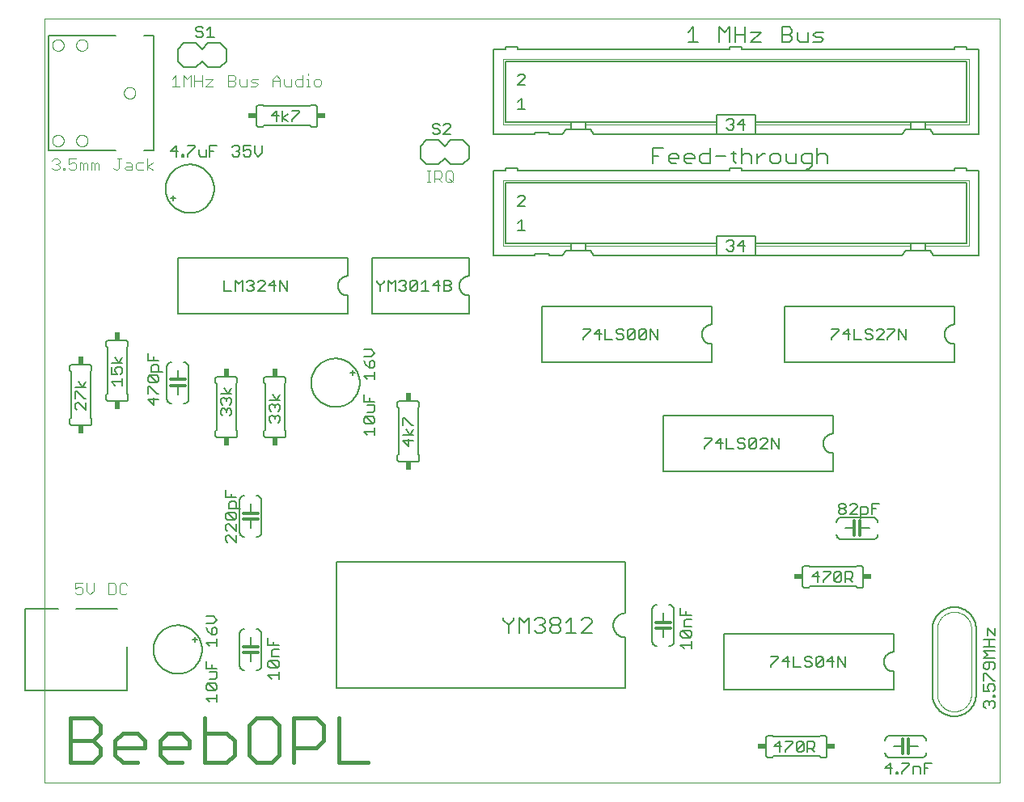
<source format=gto>
G75*
%MOIN*%
%OFA0B0*%
%FSLAX25Y25*%
%IPPOS*%
%LPD*%
%AMOC8*
5,1,8,0,0,1.08239X$1,22.5*
%
%ADD10C,0.00000*%
%ADD11C,0.01600*%
%ADD12C,0.00600*%
%ADD13C,0.01200*%
%ADD14C,0.00500*%
%ADD15C,0.00700*%
%ADD16C,0.00200*%
%ADD17C,0.00800*%
%ADD18C,0.00400*%
%ADD19R,0.03400X0.02400*%
%ADD20R,0.02400X0.03400*%
D10*
X0025000Y0011500D02*
X0025000Y0326461D01*
X0418701Y0326461D01*
X0418701Y0011500D01*
X0025000Y0011500D01*
X0028295Y0276315D02*
X0028297Y0276412D01*
X0028303Y0276509D01*
X0028313Y0276605D01*
X0028327Y0276701D01*
X0028345Y0276797D01*
X0028366Y0276891D01*
X0028392Y0276985D01*
X0028421Y0277077D01*
X0028455Y0277168D01*
X0028491Y0277258D01*
X0028532Y0277346D01*
X0028576Y0277432D01*
X0028624Y0277517D01*
X0028675Y0277599D01*
X0028729Y0277680D01*
X0028787Y0277758D01*
X0028848Y0277833D01*
X0028911Y0277906D01*
X0028978Y0277977D01*
X0029048Y0278044D01*
X0029120Y0278109D01*
X0029195Y0278170D01*
X0029273Y0278229D01*
X0029352Y0278284D01*
X0029434Y0278336D01*
X0029518Y0278384D01*
X0029604Y0278429D01*
X0029692Y0278471D01*
X0029781Y0278509D01*
X0029872Y0278543D01*
X0029964Y0278573D01*
X0030057Y0278600D01*
X0030152Y0278622D01*
X0030247Y0278641D01*
X0030343Y0278656D01*
X0030439Y0278667D01*
X0030536Y0278674D01*
X0030633Y0278677D01*
X0030730Y0278676D01*
X0030827Y0278671D01*
X0030923Y0278662D01*
X0031019Y0278649D01*
X0031115Y0278632D01*
X0031210Y0278611D01*
X0031303Y0278587D01*
X0031396Y0278558D01*
X0031488Y0278526D01*
X0031578Y0278490D01*
X0031666Y0278451D01*
X0031753Y0278407D01*
X0031838Y0278361D01*
X0031921Y0278310D01*
X0032002Y0278257D01*
X0032080Y0278200D01*
X0032157Y0278140D01*
X0032230Y0278077D01*
X0032301Y0278011D01*
X0032369Y0277942D01*
X0032435Y0277870D01*
X0032497Y0277796D01*
X0032556Y0277719D01*
X0032612Y0277640D01*
X0032665Y0277558D01*
X0032715Y0277475D01*
X0032760Y0277389D01*
X0032803Y0277302D01*
X0032842Y0277213D01*
X0032877Y0277123D01*
X0032908Y0277031D01*
X0032935Y0276938D01*
X0032959Y0276844D01*
X0032979Y0276749D01*
X0032995Y0276653D01*
X0033007Y0276557D01*
X0033015Y0276460D01*
X0033019Y0276363D01*
X0033019Y0276267D01*
X0033015Y0276170D01*
X0033007Y0276073D01*
X0032995Y0275977D01*
X0032979Y0275881D01*
X0032959Y0275786D01*
X0032935Y0275692D01*
X0032908Y0275599D01*
X0032877Y0275507D01*
X0032842Y0275417D01*
X0032803Y0275328D01*
X0032760Y0275241D01*
X0032715Y0275155D01*
X0032665Y0275072D01*
X0032612Y0274990D01*
X0032556Y0274911D01*
X0032497Y0274834D01*
X0032435Y0274760D01*
X0032369Y0274688D01*
X0032301Y0274619D01*
X0032230Y0274553D01*
X0032157Y0274490D01*
X0032080Y0274430D01*
X0032002Y0274373D01*
X0031921Y0274320D01*
X0031838Y0274269D01*
X0031753Y0274223D01*
X0031666Y0274179D01*
X0031578Y0274140D01*
X0031488Y0274104D01*
X0031396Y0274072D01*
X0031303Y0274043D01*
X0031210Y0274019D01*
X0031115Y0273998D01*
X0031019Y0273981D01*
X0030923Y0273968D01*
X0030827Y0273959D01*
X0030730Y0273954D01*
X0030633Y0273953D01*
X0030536Y0273956D01*
X0030439Y0273963D01*
X0030343Y0273974D01*
X0030247Y0273989D01*
X0030152Y0274008D01*
X0030057Y0274030D01*
X0029964Y0274057D01*
X0029872Y0274087D01*
X0029781Y0274121D01*
X0029692Y0274159D01*
X0029604Y0274201D01*
X0029518Y0274246D01*
X0029434Y0274294D01*
X0029352Y0274346D01*
X0029273Y0274401D01*
X0029195Y0274460D01*
X0029120Y0274521D01*
X0029048Y0274586D01*
X0028978Y0274653D01*
X0028911Y0274724D01*
X0028848Y0274797D01*
X0028787Y0274872D01*
X0028729Y0274950D01*
X0028675Y0275031D01*
X0028624Y0275113D01*
X0028576Y0275198D01*
X0028532Y0275284D01*
X0028491Y0275372D01*
X0028455Y0275462D01*
X0028421Y0275553D01*
X0028392Y0275645D01*
X0028366Y0275739D01*
X0028345Y0275833D01*
X0028327Y0275929D01*
X0028313Y0276025D01*
X0028303Y0276121D01*
X0028297Y0276218D01*
X0028295Y0276315D01*
X0038138Y0276315D02*
X0038140Y0276412D01*
X0038146Y0276509D01*
X0038156Y0276605D01*
X0038170Y0276701D01*
X0038188Y0276797D01*
X0038209Y0276891D01*
X0038235Y0276985D01*
X0038264Y0277077D01*
X0038298Y0277168D01*
X0038334Y0277258D01*
X0038375Y0277346D01*
X0038419Y0277432D01*
X0038467Y0277517D01*
X0038518Y0277599D01*
X0038572Y0277680D01*
X0038630Y0277758D01*
X0038691Y0277833D01*
X0038754Y0277906D01*
X0038821Y0277977D01*
X0038891Y0278044D01*
X0038963Y0278109D01*
X0039038Y0278170D01*
X0039116Y0278229D01*
X0039195Y0278284D01*
X0039277Y0278336D01*
X0039361Y0278384D01*
X0039447Y0278429D01*
X0039535Y0278471D01*
X0039624Y0278509D01*
X0039715Y0278543D01*
X0039807Y0278573D01*
X0039900Y0278600D01*
X0039995Y0278622D01*
X0040090Y0278641D01*
X0040186Y0278656D01*
X0040282Y0278667D01*
X0040379Y0278674D01*
X0040476Y0278677D01*
X0040573Y0278676D01*
X0040670Y0278671D01*
X0040766Y0278662D01*
X0040862Y0278649D01*
X0040958Y0278632D01*
X0041053Y0278611D01*
X0041146Y0278587D01*
X0041239Y0278558D01*
X0041331Y0278526D01*
X0041421Y0278490D01*
X0041509Y0278451D01*
X0041596Y0278407D01*
X0041681Y0278361D01*
X0041764Y0278310D01*
X0041845Y0278257D01*
X0041923Y0278200D01*
X0042000Y0278140D01*
X0042073Y0278077D01*
X0042144Y0278011D01*
X0042212Y0277942D01*
X0042278Y0277870D01*
X0042340Y0277796D01*
X0042399Y0277719D01*
X0042455Y0277640D01*
X0042508Y0277558D01*
X0042558Y0277475D01*
X0042603Y0277389D01*
X0042646Y0277302D01*
X0042685Y0277213D01*
X0042720Y0277123D01*
X0042751Y0277031D01*
X0042778Y0276938D01*
X0042802Y0276844D01*
X0042822Y0276749D01*
X0042838Y0276653D01*
X0042850Y0276557D01*
X0042858Y0276460D01*
X0042862Y0276363D01*
X0042862Y0276267D01*
X0042858Y0276170D01*
X0042850Y0276073D01*
X0042838Y0275977D01*
X0042822Y0275881D01*
X0042802Y0275786D01*
X0042778Y0275692D01*
X0042751Y0275599D01*
X0042720Y0275507D01*
X0042685Y0275417D01*
X0042646Y0275328D01*
X0042603Y0275241D01*
X0042558Y0275155D01*
X0042508Y0275072D01*
X0042455Y0274990D01*
X0042399Y0274911D01*
X0042340Y0274834D01*
X0042278Y0274760D01*
X0042212Y0274688D01*
X0042144Y0274619D01*
X0042073Y0274553D01*
X0042000Y0274490D01*
X0041923Y0274430D01*
X0041845Y0274373D01*
X0041764Y0274320D01*
X0041681Y0274269D01*
X0041596Y0274223D01*
X0041509Y0274179D01*
X0041421Y0274140D01*
X0041331Y0274104D01*
X0041239Y0274072D01*
X0041146Y0274043D01*
X0041053Y0274019D01*
X0040958Y0273998D01*
X0040862Y0273981D01*
X0040766Y0273968D01*
X0040670Y0273959D01*
X0040573Y0273954D01*
X0040476Y0273953D01*
X0040379Y0273956D01*
X0040282Y0273963D01*
X0040186Y0273974D01*
X0040090Y0273989D01*
X0039995Y0274008D01*
X0039900Y0274030D01*
X0039807Y0274057D01*
X0039715Y0274087D01*
X0039624Y0274121D01*
X0039535Y0274159D01*
X0039447Y0274201D01*
X0039361Y0274246D01*
X0039277Y0274294D01*
X0039195Y0274346D01*
X0039116Y0274401D01*
X0039038Y0274460D01*
X0038963Y0274521D01*
X0038891Y0274586D01*
X0038821Y0274653D01*
X0038754Y0274724D01*
X0038691Y0274797D01*
X0038630Y0274872D01*
X0038572Y0274950D01*
X0038518Y0275031D01*
X0038467Y0275113D01*
X0038419Y0275198D01*
X0038375Y0275284D01*
X0038334Y0275372D01*
X0038298Y0275462D01*
X0038264Y0275553D01*
X0038235Y0275645D01*
X0038209Y0275739D01*
X0038188Y0275833D01*
X0038170Y0275929D01*
X0038156Y0276025D01*
X0038146Y0276121D01*
X0038140Y0276218D01*
X0038138Y0276315D01*
X0057823Y0296000D02*
X0057825Y0296097D01*
X0057831Y0296194D01*
X0057841Y0296290D01*
X0057855Y0296386D01*
X0057873Y0296482D01*
X0057894Y0296576D01*
X0057920Y0296670D01*
X0057949Y0296762D01*
X0057983Y0296853D01*
X0058019Y0296943D01*
X0058060Y0297031D01*
X0058104Y0297117D01*
X0058152Y0297202D01*
X0058203Y0297284D01*
X0058257Y0297365D01*
X0058315Y0297443D01*
X0058376Y0297518D01*
X0058439Y0297591D01*
X0058506Y0297662D01*
X0058576Y0297729D01*
X0058648Y0297794D01*
X0058723Y0297855D01*
X0058801Y0297914D01*
X0058880Y0297969D01*
X0058962Y0298021D01*
X0059046Y0298069D01*
X0059132Y0298114D01*
X0059220Y0298156D01*
X0059309Y0298194D01*
X0059400Y0298228D01*
X0059492Y0298258D01*
X0059585Y0298285D01*
X0059680Y0298307D01*
X0059775Y0298326D01*
X0059871Y0298341D01*
X0059967Y0298352D01*
X0060064Y0298359D01*
X0060161Y0298362D01*
X0060258Y0298361D01*
X0060355Y0298356D01*
X0060451Y0298347D01*
X0060547Y0298334D01*
X0060643Y0298317D01*
X0060738Y0298296D01*
X0060831Y0298272D01*
X0060924Y0298243D01*
X0061016Y0298211D01*
X0061106Y0298175D01*
X0061194Y0298136D01*
X0061281Y0298092D01*
X0061366Y0298046D01*
X0061449Y0297995D01*
X0061530Y0297942D01*
X0061608Y0297885D01*
X0061685Y0297825D01*
X0061758Y0297762D01*
X0061829Y0297696D01*
X0061897Y0297627D01*
X0061963Y0297555D01*
X0062025Y0297481D01*
X0062084Y0297404D01*
X0062140Y0297325D01*
X0062193Y0297243D01*
X0062243Y0297160D01*
X0062288Y0297074D01*
X0062331Y0296987D01*
X0062370Y0296898D01*
X0062405Y0296808D01*
X0062436Y0296716D01*
X0062463Y0296623D01*
X0062487Y0296529D01*
X0062507Y0296434D01*
X0062523Y0296338D01*
X0062535Y0296242D01*
X0062543Y0296145D01*
X0062547Y0296048D01*
X0062547Y0295952D01*
X0062543Y0295855D01*
X0062535Y0295758D01*
X0062523Y0295662D01*
X0062507Y0295566D01*
X0062487Y0295471D01*
X0062463Y0295377D01*
X0062436Y0295284D01*
X0062405Y0295192D01*
X0062370Y0295102D01*
X0062331Y0295013D01*
X0062288Y0294926D01*
X0062243Y0294840D01*
X0062193Y0294757D01*
X0062140Y0294675D01*
X0062084Y0294596D01*
X0062025Y0294519D01*
X0061963Y0294445D01*
X0061897Y0294373D01*
X0061829Y0294304D01*
X0061758Y0294238D01*
X0061685Y0294175D01*
X0061608Y0294115D01*
X0061530Y0294058D01*
X0061449Y0294005D01*
X0061366Y0293954D01*
X0061281Y0293908D01*
X0061194Y0293864D01*
X0061106Y0293825D01*
X0061016Y0293789D01*
X0060924Y0293757D01*
X0060831Y0293728D01*
X0060738Y0293704D01*
X0060643Y0293683D01*
X0060547Y0293666D01*
X0060451Y0293653D01*
X0060355Y0293644D01*
X0060258Y0293639D01*
X0060161Y0293638D01*
X0060064Y0293641D01*
X0059967Y0293648D01*
X0059871Y0293659D01*
X0059775Y0293674D01*
X0059680Y0293693D01*
X0059585Y0293715D01*
X0059492Y0293742D01*
X0059400Y0293772D01*
X0059309Y0293806D01*
X0059220Y0293844D01*
X0059132Y0293886D01*
X0059046Y0293931D01*
X0058962Y0293979D01*
X0058880Y0294031D01*
X0058801Y0294086D01*
X0058723Y0294145D01*
X0058648Y0294206D01*
X0058576Y0294271D01*
X0058506Y0294338D01*
X0058439Y0294409D01*
X0058376Y0294482D01*
X0058315Y0294557D01*
X0058257Y0294635D01*
X0058203Y0294716D01*
X0058152Y0294798D01*
X0058104Y0294883D01*
X0058060Y0294969D01*
X0058019Y0295057D01*
X0057983Y0295147D01*
X0057949Y0295238D01*
X0057920Y0295330D01*
X0057894Y0295424D01*
X0057873Y0295518D01*
X0057855Y0295614D01*
X0057841Y0295710D01*
X0057831Y0295806D01*
X0057825Y0295903D01*
X0057823Y0296000D01*
X0038138Y0315685D02*
X0038140Y0315782D01*
X0038146Y0315879D01*
X0038156Y0315975D01*
X0038170Y0316071D01*
X0038188Y0316167D01*
X0038209Y0316261D01*
X0038235Y0316355D01*
X0038264Y0316447D01*
X0038298Y0316538D01*
X0038334Y0316628D01*
X0038375Y0316716D01*
X0038419Y0316802D01*
X0038467Y0316887D01*
X0038518Y0316969D01*
X0038572Y0317050D01*
X0038630Y0317128D01*
X0038691Y0317203D01*
X0038754Y0317276D01*
X0038821Y0317347D01*
X0038891Y0317414D01*
X0038963Y0317479D01*
X0039038Y0317540D01*
X0039116Y0317599D01*
X0039195Y0317654D01*
X0039277Y0317706D01*
X0039361Y0317754D01*
X0039447Y0317799D01*
X0039535Y0317841D01*
X0039624Y0317879D01*
X0039715Y0317913D01*
X0039807Y0317943D01*
X0039900Y0317970D01*
X0039995Y0317992D01*
X0040090Y0318011D01*
X0040186Y0318026D01*
X0040282Y0318037D01*
X0040379Y0318044D01*
X0040476Y0318047D01*
X0040573Y0318046D01*
X0040670Y0318041D01*
X0040766Y0318032D01*
X0040862Y0318019D01*
X0040958Y0318002D01*
X0041053Y0317981D01*
X0041146Y0317957D01*
X0041239Y0317928D01*
X0041331Y0317896D01*
X0041421Y0317860D01*
X0041509Y0317821D01*
X0041596Y0317777D01*
X0041681Y0317731D01*
X0041764Y0317680D01*
X0041845Y0317627D01*
X0041923Y0317570D01*
X0042000Y0317510D01*
X0042073Y0317447D01*
X0042144Y0317381D01*
X0042212Y0317312D01*
X0042278Y0317240D01*
X0042340Y0317166D01*
X0042399Y0317089D01*
X0042455Y0317010D01*
X0042508Y0316928D01*
X0042558Y0316845D01*
X0042603Y0316759D01*
X0042646Y0316672D01*
X0042685Y0316583D01*
X0042720Y0316493D01*
X0042751Y0316401D01*
X0042778Y0316308D01*
X0042802Y0316214D01*
X0042822Y0316119D01*
X0042838Y0316023D01*
X0042850Y0315927D01*
X0042858Y0315830D01*
X0042862Y0315733D01*
X0042862Y0315637D01*
X0042858Y0315540D01*
X0042850Y0315443D01*
X0042838Y0315347D01*
X0042822Y0315251D01*
X0042802Y0315156D01*
X0042778Y0315062D01*
X0042751Y0314969D01*
X0042720Y0314877D01*
X0042685Y0314787D01*
X0042646Y0314698D01*
X0042603Y0314611D01*
X0042558Y0314525D01*
X0042508Y0314442D01*
X0042455Y0314360D01*
X0042399Y0314281D01*
X0042340Y0314204D01*
X0042278Y0314130D01*
X0042212Y0314058D01*
X0042144Y0313989D01*
X0042073Y0313923D01*
X0042000Y0313860D01*
X0041923Y0313800D01*
X0041845Y0313743D01*
X0041764Y0313690D01*
X0041681Y0313639D01*
X0041596Y0313593D01*
X0041509Y0313549D01*
X0041421Y0313510D01*
X0041331Y0313474D01*
X0041239Y0313442D01*
X0041146Y0313413D01*
X0041053Y0313389D01*
X0040958Y0313368D01*
X0040862Y0313351D01*
X0040766Y0313338D01*
X0040670Y0313329D01*
X0040573Y0313324D01*
X0040476Y0313323D01*
X0040379Y0313326D01*
X0040282Y0313333D01*
X0040186Y0313344D01*
X0040090Y0313359D01*
X0039995Y0313378D01*
X0039900Y0313400D01*
X0039807Y0313427D01*
X0039715Y0313457D01*
X0039624Y0313491D01*
X0039535Y0313529D01*
X0039447Y0313571D01*
X0039361Y0313616D01*
X0039277Y0313664D01*
X0039195Y0313716D01*
X0039116Y0313771D01*
X0039038Y0313830D01*
X0038963Y0313891D01*
X0038891Y0313956D01*
X0038821Y0314023D01*
X0038754Y0314094D01*
X0038691Y0314167D01*
X0038630Y0314242D01*
X0038572Y0314320D01*
X0038518Y0314401D01*
X0038467Y0314483D01*
X0038419Y0314568D01*
X0038375Y0314654D01*
X0038334Y0314742D01*
X0038298Y0314832D01*
X0038264Y0314923D01*
X0038235Y0315015D01*
X0038209Y0315109D01*
X0038188Y0315203D01*
X0038170Y0315299D01*
X0038156Y0315395D01*
X0038146Y0315491D01*
X0038140Y0315588D01*
X0038138Y0315685D01*
X0028295Y0315685D02*
X0028297Y0315782D01*
X0028303Y0315879D01*
X0028313Y0315975D01*
X0028327Y0316071D01*
X0028345Y0316167D01*
X0028366Y0316261D01*
X0028392Y0316355D01*
X0028421Y0316447D01*
X0028455Y0316538D01*
X0028491Y0316628D01*
X0028532Y0316716D01*
X0028576Y0316802D01*
X0028624Y0316887D01*
X0028675Y0316969D01*
X0028729Y0317050D01*
X0028787Y0317128D01*
X0028848Y0317203D01*
X0028911Y0317276D01*
X0028978Y0317347D01*
X0029048Y0317414D01*
X0029120Y0317479D01*
X0029195Y0317540D01*
X0029273Y0317599D01*
X0029352Y0317654D01*
X0029434Y0317706D01*
X0029518Y0317754D01*
X0029604Y0317799D01*
X0029692Y0317841D01*
X0029781Y0317879D01*
X0029872Y0317913D01*
X0029964Y0317943D01*
X0030057Y0317970D01*
X0030152Y0317992D01*
X0030247Y0318011D01*
X0030343Y0318026D01*
X0030439Y0318037D01*
X0030536Y0318044D01*
X0030633Y0318047D01*
X0030730Y0318046D01*
X0030827Y0318041D01*
X0030923Y0318032D01*
X0031019Y0318019D01*
X0031115Y0318002D01*
X0031210Y0317981D01*
X0031303Y0317957D01*
X0031396Y0317928D01*
X0031488Y0317896D01*
X0031578Y0317860D01*
X0031666Y0317821D01*
X0031753Y0317777D01*
X0031838Y0317731D01*
X0031921Y0317680D01*
X0032002Y0317627D01*
X0032080Y0317570D01*
X0032157Y0317510D01*
X0032230Y0317447D01*
X0032301Y0317381D01*
X0032369Y0317312D01*
X0032435Y0317240D01*
X0032497Y0317166D01*
X0032556Y0317089D01*
X0032612Y0317010D01*
X0032665Y0316928D01*
X0032715Y0316845D01*
X0032760Y0316759D01*
X0032803Y0316672D01*
X0032842Y0316583D01*
X0032877Y0316493D01*
X0032908Y0316401D01*
X0032935Y0316308D01*
X0032959Y0316214D01*
X0032979Y0316119D01*
X0032995Y0316023D01*
X0033007Y0315927D01*
X0033015Y0315830D01*
X0033019Y0315733D01*
X0033019Y0315637D01*
X0033015Y0315540D01*
X0033007Y0315443D01*
X0032995Y0315347D01*
X0032979Y0315251D01*
X0032959Y0315156D01*
X0032935Y0315062D01*
X0032908Y0314969D01*
X0032877Y0314877D01*
X0032842Y0314787D01*
X0032803Y0314698D01*
X0032760Y0314611D01*
X0032715Y0314525D01*
X0032665Y0314442D01*
X0032612Y0314360D01*
X0032556Y0314281D01*
X0032497Y0314204D01*
X0032435Y0314130D01*
X0032369Y0314058D01*
X0032301Y0313989D01*
X0032230Y0313923D01*
X0032157Y0313860D01*
X0032080Y0313800D01*
X0032002Y0313743D01*
X0031921Y0313690D01*
X0031838Y0313639D01*
X0031753Y0313593D01*
X0031666Y0313549D01*
X0031578Y0313510D01*
X0031488Y0313474D01*
X0031396Y0313442D01*
X0031303Y0313413D01*
X0031210Y0313389D01*
X0031115Y0313368D01*
X0031019Y0313351D01*
X0030923Y0313338D01*
X0030827Y0313329D01*
X0030730Y0313324D01*
X0030633Y0313323D01*
X0030536Y0313326D01*
X0030439Y0313333D01*
X0030343Y0313344D01*
X0030247Y0313359D01*
X0030152Y0313378D01*
X0030057Y0313400D01*
X0029964Y0313427D01*
X0029872Y0313457D01*
X0029781Y0313491D01*
X0029692Y0313529D01*
X0029604Y0313571D01*
X0029518Y0313616D01*
X0029434Y0313664D01*
X0029352Y0313716D01*
X0029273Y0313771D01*
X0029195Y0313830D01*
X0029120Y0313891D01*
X0029048Y0313956D01*
X0028978Y0314023D01*
X0028911Y0314094D01*
X0028848Y0314167D01*
X0028787Y0314242D01*
X0028729Y0314320D01*
X0028675Y0314401D01*
X0028624Y0314483D01*
X0028576Y0314568D01*
X0028532Y0314654D01*
X0028491Y0314742D01*
X0028455Y0314832D01*
X0028421Y0314923D01*
X0028392Y0315015D01*
X0028366Y0315109D01*
X0028345Y0315203D01*
X0028327Y0315299D01*
X0028313Y0315395D01*
X0028303Y0315491D01*
X0028297Y0315588D01*
X0028295Y0315685D01*
D11*
X0035800Y0038216D02*
X0045008Y0038216D01*
X0048077Y0035146D01*
X0048077Y0032077D01*
X0045008Y0029008D01*
X0035800Y0029008D01*
X0045008Y0029008D02*
X0048077Y0025939D01*
X0048077Y0022869D01*
X0045008Y0019800D01*
X0035800Y0019800D01*
X0035800Y0038216D01*
X0054216Y0029008D02*
X0057285Y0032077D01*
X0063424Y0032077D01*
X0066493Y0029008D01*
X0066493Y0025939D01*
X0054216Y0025939D01*
X0054216Y0029008D02*
X0054216Y0022869D01*
X0057285Y0019800D01*
X0063424Y0019800D01*
X0072631Y0022869D02*
X0072631Y0029008D01*
X0075701Y0032077D01*
X0081839Y0032077D01*
X0084909Y0029008D01*
X0084909Y0025939D01*
X0072631Y0025939D01*
X0072631Y0022869D02*
X0075701Y0019800D01*
X0081839Y0019800D01*
X0091047Y0019800D02*
X0100255Y0019800D01*
X0103324Y0022869D01*
X0103324Y0029008D01*
X0100255Y0032077D01*
X0091047Y0032077D01*
X0091047Y0038216D02*
X0091047Y0019800D01*
X0109463Y0022869D02*
X0109463Y0035146D01*
X0112532Y0038216D01*
X0118671Y0038216D01*
X0121740Y0035146D01*
X0121740Y0022869D01*
X0118671Y0019800D01*
X0112532Y0019800D01*
X0109463Y0022869D01*
X0127879Y0019800D02*
X0127879Y0038216D01*
X0137087Y0038216D01*
X0140156Y0035146D01*
X0140156Y0029008D01*
X0137087Y0025939D01*
X0127879Y0025939D01*
X0146294Y0019800D02*
X0146294Y0038216D01*
X0146294Y0019800D02*
X0158572Y0019800D01*
D12*
X0145500Y0050500D02*
X0264500Y0050500D01*
X0264500Y0071500D01*
X0264360Y0071502D01*
X0264220Y0071508D01*
X0264080Y0071518D01*
X0263940Y0071531D01*
X0263801Y0071549D01*
X0263662Y0071571D01*
X0263525Y0071596D01*
X0263387Y0071625D01*
X0263251Y0071658D01*
X0263116Y0071695D01*
X0262982Y0071736D01*
X0262849Y0071781D01*
X0262717Y0071829D01*
X0262587Y0071881D01*
X0262458Y0071936D01*
X0262331Y0071995D01*
X0262205Y0072058D01*
X0262081Y0072124D01*
X0261960Y0072193D01*
X0261840Y0072266D01*
X0261722Y0072343D01*
X0261607Y0072422D01*
X0261493Y0072505D01*
X0261383Y0072591D01*
X0261274Y0072680D01*
X0261168Y0072772D01*
X0261065Y0072867D01*
X0260964Y0072964D01*
X0260867Y0073065D01*
X0260772Y0073168D01*
X0260680Y0073274D01*
X0260591Y0073383D01*
X0260505Y0073493D01*
X0260422Y0073607D01*
X0260343Y0073722D01*
X0260266Y0073840D01*
X0260193Y0073960D01*
X0260124Y0074081D01*
X0260058Y0074205D01*
X0259995Y0074331D01*
X0259936Y0074458D01*
X0259881Y0074587D01*
X0259829Y0074717D01*
X0259781Y0074849D01*
X0259736Y0074982D01*
X0259695Y0075116D01*
X0259658Y0075251D01*
X0259625Y0075387D01*
X0259596Y0075525D01*
X0259571Y0075662D01*
X0259549Y0075801D01*
X0259531Y0075940D01*
X0259518Y0076080D01*
X0259508Y0076220D01*
X0259502Y0076360D01*
X0259500Y0076500D01*
X0259502Y0076640D01*
X0259508Y0076780D01*
X0259518Y0076920D01*
X0259531Y0077060D01*
X0259549Y0077199D01*
X0259571Y0077338D01*
X0259596Y0077475D01*
X0259625Y0077613D01*
X0259658Y0077749D01*
X0259695Y0077884D01*
X0259736Y0078018D01*
X0259781Y0078151D01*
X0259829Y0078283D01*
X0259881Y0078413D01*
X0259936Y0078542D01*
X0259995Y0078669D01*
X0260058Y0078795D01*
X0260124Y0078919D01*
X0260193Y0079040D01*
X0260266Y0079160D01*
X0260343Y0079278D01*
X0260422Y0079393D01*
X0260505Y0079507D01*
X0260591Y0079617D01*
X0260680Y0079726D01*
X0260772Y0079832D01*
X0260867Y0079935D01*
X0260964Y0080036D01*
X0261065Y0080133D01*
X0261168Y0080228D01*
X0261274Y0080320D01*
X0261383Y0080409D01*
X0261493Y0080495D01*
X0261607Y0080578D01*
X0261722Y0080657D01*
X0261840Y0080734D01*
X0261960Y0080807D01*
X0262081Y0080876D01*
X0262205Y0080942D01*
X0262331Y0081005D01*
X0262458Y0081064D01*
X0262587Y0081119D01*
X0262717Y0081171D01*
X0262849Y0081219D01*
X0262982Y0081264D01*
X0263116Y0081305D01*
X0263251Y0081342D01*
X0263387Y0081375D01*
X0263525Y0081404D01*
X0263662Y0081429D01*
X0263801Y0081451D01*
X0263940Y0081469D01*
X0264080Y0081482D01*
X0264220Y0081492D01*
X0264360Y0081498D01*
X0264500Y0081500D01*
X0264500Y0102500D01*
X0145500Y0102500D01*
X0145500Y0050500D01*
X0114500Y0060000D02*
X0114500Y0073000D01*
X0114498Y0073087D01*
X0114492Y0073174D01*
X0114483Y0073261D01*
X0114470Y0073347D01*
X0114453Y0073433D01*
X0114432Y0073518D01*
X0114407Y0073601D01*
X0114379Y0073684D01*
X0114348Y0073765D01*
X0114313Y0073845D01*
X0114274Y0073923D01*
X0114232Y0074000D01*
X0114187Y0074075D01*
X0114138Y0074147D01*
X0114087Y0074218D01*
X0114032Y0074286D01*
X0113975Y0074351D01*
X0113914Y0074414D01*
X0113851Y0074475D01*
X0113786Y0074532D01*
X0113718Y0074587D01*
X0113647Y0074638D01*
X0113575Y0074687D01*
X0113500Y0074732D01*
X0113423Y0074774D01*
X0113345Y0074813D01*
X0113265Y0074848D01*
X0113184Y0074879D01*
X0113101Y0074907D01*
X0113018Y0074932D01*
X0112933Y0074953D01*
X0112847Y0074970D01*
X0112761Y0074983D01*
X0112674Y0074992D01*
X0112587Y0074998D01*
X0112500Y0075000D01*
X0110000Y0071500D02*
X0110000Y0067700D01*
X0110000Y0065200D02*
X0110000Y0061500D01*
X0112500Y0058000D02*
X0112587Y0058002D01*
X0112674Y0058008D01*
X0112761Y0058017D01*
X0112847Y0058030D01*
X0112933Y0058047D01*
X0113018Y0058068D01*
X0113101Y0058093D01*
X0113184Y0058121D01*
X0113265Y0058152D01*
X0113345Y0058187D01*
X0113423Y0058226D01*
X0113500Y0058268D01*
X0113575Y0058313D01*
X0113647Y0058362D01*
X0113718Y0058413D01*
X0113786Y0058468D01*
X0113851Y0058525D01*
X0113914Y0058586D01*
X0113975Y0058649D01*
X0114032Y0058714D01*
X0114087Y0058782D01*
X0114138Y0058853D01*
X0114187Y0058925D01*
X0114232Y0059000D01*
X0114274Y0059077D01*
X0114313Y0059155D01*
X0114348Y0059235D01*
X0114379Y0059316D01*
X0114407Y0059399D01*
X0114432Y0059482D01*
X0114453Y0059567D01*
X0114470Y0059653D01*
X0114483Y0059739D01*
X0114492Y0059826D01*
X0114498Y0059913D01*
X0114500Y0060000D01*
X0107500Y0058000D02*
X0107413Y0058002D01*
X0107326Y0058008D01*
X0107239Y0058017D01*
X0107153Y0058030D01*
X0107067Y0058047D01*
X0106982Y0058068D01*
X0106899Y0058093D01*
X0106816Y0058121D01*
X0106735Y0058152D01*
X0106655Y0058187D01*
X0106577Y0058226D01*
X0106500Y0058268D01*
X0106425Y0058313D01*
X0106353Y0058362D01*
X0106282Y0058413D01*
X0106214Y0058468D01*
X0106149Y0058525D01*
X0106086Y0058586D01*
X0106025Y0058649D01*
X0105968Y0058714D01*
X0105913Y0058782D01*
X0105862Y0058853D01*
X0105813Y0058925D01*
X0105768Y0059000D01*
X0105726Y0059077D01*
X0105687Y0059155D01*
X0105652Y0059235D01*
X0105621Y0059316D01*
X0105593Y0059399D01*
X0105568Y0059482D01*
X0105547Y0059567D01*
X0105530Y0059653D01*
X0105517Y0059739D01*
X0105508Y0059826D01*
X0105502Y0059913D01*
X0105500Y0060000D01*
X0105500Y0073000D01*
X0105502Y0073087D01*
X0105508Y0073174D01*
X0105517Y0073261D01*
X0105530Y0073347D01*
X0105547Y0073433D01*
X0105568Y0073518D01*
X0105593Y0073601D01*
X0105621Y0073684D01*
X0105652Y0073765D01*
X0105687Y0073845D01*
X0105726Y0073923D01*
X0105768Y0074000D01*
X0105813Y0074075D01*
X0105862Y0074147D01*
X0105913Y0074218D01*
X0105968Y0074286D01*
X0106025Y0074351D01*
X0106086Y0074414D01*
X0106149Y0074475D01*
X0106214Y0074532D01*
X0106282Y0074587D01*
X0106353Y0074638D01*
X0106425Y0074687D01*
X0106500Y0074732D01*
X0106577Y0074774D01*
X0106655Y0074813D01*
X0106735Y0074848D01*
X0106816Y0074879D01*
X0106899Y0074907D01*
X0106982Y0074932D01*
X0107067Y0074953D01*
X0107153Y0074970D01*
X0107239Y0074983D01*
X0107326Y0074992D01*
X0107413Y0074998D01*
X0107500Y0075000D01*
X0088000Y0070500D02*
X0086000Y0070500D01*
X0087000Y0071500D02*
X0087000Y0069500D01*
X0070000Y0066500D02*
X0070003Y0066745D01*
X0070012Y0066991D01*
X0070027Y0067236D01*
X0070048Y0067480D01*
X0070075Y0067724D01*
X0070108Y0067967D01*
X0070147Y0068210D01*
X0070192Y0068451D01*
X0070243Y0068691D01*
X0070300Y0068930D01*
X0070362Y0069167D01*
X0070431Y0069403D01*
X0070505Y0069637D01*
X0070585Y0069869D01*
X0070670Y0070099D01*
X0070761Y0070327D01*
X0070858Y0070552D01*
X0070960Y0070776D01*
X0071068Y0070996D01*
X0071181Y0071214D01*
X0071299Y0071429D01*
X0071423Y0071641D01*
X0071551Y0071850D01*
X0071685Y0072056D01*
X0071824Y0072258D01*
X0071968Y0072457D01*
X0072117Y0072652D01*
X0072270Y0072844D01*
X0072428Y0073032D01*
X0072590Y0073216D01*
X0072758Y0073395D01*
X0072929Y0073571D01*
X0073105Y0073742D01*
X0073284Y0073910D01*
X0073468Y0074072D01*
X0073656Y0074230D01*
X0073848Y0074383D01*
X0074043Y0074532D01*
X0074242Y0074676D01*
X0074444Y0074815D01*
X0074650Y0074949D01*
X0074859Y0075077D01*
X0075071Y0075201D01*
X0075286Y0075319D01*
X0075504Y0075432D01*
X0075724Y0075540D01*
X0075948Y0075642D01*
X0076173Y0075739D01*
X0076401Y0075830D01*
X0076631Y0075915D01*
X0076863Y0075995D01*
X0077097Y0076069D01*
X0077333Y0076138D01*
X0077570Y0076200D01*
X0077809Y0076257D01*
X0078049Y0076308D01*
X0078290Y0076353D01*
X0078533Y0076392D01*
X0078776Y0076425D01*
X0079020Y0076452D01*
X0079264Y0076473D01*
X0079509Y0076488D01*
X0079755Y0076497D01*
X0080000Y0076500D01*
X0080245Y0076497D01*
X0080491Y0076488D01*
X0080736Y0076473D01*
X0080980Y0076452D01*
X0081224Y0076425D01*
X0081467Y0076392D01*
X0081710Y0076353D01*
X0081951Y0076308D01*
X0082191Y0076257D01*
X0082430Y0076200D01*
X0082667Y0076138D01*
X0082903Y0076069D01*
X0083137Y0075995D01*
X0083369Y0075915D01*
X0083599Y0075830D01*
X0083827Y0075739D01*
X0084052Y0075642D01*
X0084276Y0075540D01*
X0084496Y0075432D01*
X0084714Y0075319D01*
X0084929Y0075201D01*
X0085141Y0075077D01*
X0085350Y0074949D01*
X0085556Y0074815D01*
X0085758Y0074676D01*
X0085957Y0074532D01*
X0086152Y0074383D01*
X0086344Y0074230D01*
X0086532Y0074072D01*
X0086716Y0073910D01*
X0086895Y0073742D01*
X0087071Y0073571D01*
X0087242Y0073395D01*
X0087410Y0073216D01*
X0087572Y0073032D01*
X0087730Y0072844D01*
X0087883Y0072652D01*
X0088032Y0072457D01*
X0088176Y0072258D01*
X0088315Y0072056D01*
X0088449Y0071850D01*
X0088577Y0071641D01*
X0088701Y0071429D01*
X0088819Y0071214D01*
X0088932Y0070996D01*
X0089040Y0070776D01*
X0089142Y0070552D01*
X0089239Y0070327D01*
X0089330Y0070099D01*
X0089415Y0069869D01*
X0089495Y0069637D01*
X0089569Y0069403D01*
X0089638Y0069167D01*
X0089700Y0068930D01*
X0089757Y0068691D01*
X0089808Y0068451D01*
X0089853Y0068210D01*
X0089892Y0067967D01*
X0089925Y0067724D01*
X0089952Y0067480D01*
X0089973Y0067236D01*
X0089988Y0066991D01*
X0089997Y0066745D01*
X0090000Y0066500D01*
X0089997Y0066255D01*
X0089988Y0066009D01*
X0089973Y0065764D01*
X0089952Y0065520D01*
X0089925Y0065276D01*
X0089892Y0065033D01*
X0089853Y0064790D01*
X0089808Y0064549D01*
X0089757Y0064309D01*
X0089700Y0064070D01*
X0089638Y0063833D01*
X0089569Y0063597D01*
X0089495Y0063363D01*
X0089415Y0063131D01*
X0089330Y0062901D01*
X0089239Y0062673D01*
X0089142Y0062448D01*
X0089040Y0062224D01*
X0088932Y0062004D01*
X0088819Y0061786D01*
X0088701Y0061571D01*
X0088577Y0061359D01*
X0088449Y0061150D01*
X0088315Y0060944D01*
X0088176Y0060742D01*
X0088032Y0060543D01*
X0087883Y0060348D01*
X0087730Y0060156D01*
X0087572Y0059968D01*
X0087410Y0059784D01*
X0087242Y0059605D01*
X0087071Y0059429D01*
X0086895Y0059258D01*
X0086716Y0059090D01*
X0086532Y0058928D01*
X0086344Y0058770D01*
X0086152Y0058617D01*
X0085957Y0058468D01*
X0085758Y0058324D01*
X0085556Y0058185D01*
X0085350Y0058051D01*
X0085141Y0057923D01*
X0084929Y0057799D01*
X0084714Y0057681D01*
X0084496Y0057568D01*
X0084276Y0057460D01*
X0084052Y0057358D01*
X0083827Y0057261D01*
X0083599Y0057170D01*
X0083369Y0057085D01*
X0083137Y0057005D01*
X0082903Y0056931D01*
X0082667Y0056862D01*
X0082430Y0056800D01*
X0082191Y0056743D01*
X0081951Y0056692D01*
X0081710Y0056647D01*
X0081467Y0056608D01*
X0081224Y0056575D01*
X0080980Y0056548D01*
X0080736Y0056527D01*
X0080491Y0056512D01*
X0080245Y0056503D01*
X0080000Y0056500D01*
X0079755Y0056503D01*
X0079509Y0056512D01*
X0079264Y0056527D01*
X0079020Y0056548D01*
X0078776Y0056575D01*
X0078533Y0056608D01*
X0078290Y0056647D01*
X0078049Y0056692D01*
X0077809Y0056743D01*
X0077570Y0056800D01*
X0077333Y0056862D01*
X0077097Y0056931D01*
X0076863Y0057005D01*
X0076631Y0057085D01*
X0076401Y0057170D01*
X0076173Y0057261D01*
X0075948Y0057358D01*
X0075724Y0057460D01*
X0075504Y0057568D01*
X0075286Y0057681D01*
X0075071Y0057799D01*
X0074859Y0057923D01*
X0074650Y0058051D01*
X0074444Y0058185D01*
X0074242Y0058324D01*
X0074043Y0058468D01*
X0073848Y0058617D01*
X0073656Y0058770D01*
X0073468Y0058928D01*
X0073284Y0059090D01*
X0073105Y0059258D01*
X0072929Y0059429D01*
X0072758Y0059605D01*
X0072590Y0059784D01*
X0072428Y0059968D01*
X0072270Y0060156D01*
X0072117Y0060348D01*
X0071968Y0060543D01*
X0071824Y0060742D01*
X0071685Y0060944D01*
X0071551Y0061150D01*
X0071423Y0061359D01*
X0071299Y0061571D01*
X0071181Y0061786D01*
X0071068Y0062004D01*
X0070960Y0062224D01*
X0070858Y0062448D01*
X0070761Y0062673D01*
X0070670Y0062901D01*
X0070585Y0063131D01*
X0070505Y0063363D01*
X0070431Y0063597D01*
X0070362Y0063833D01*
X0070300Y0064070D01*
X0070243Y0064309D01*
X0070192Y0064549D01*
X0070147Y0064790D01*
X0070108Y0065033D01*
X0070075Y0065276D01*
X0070048Y0065520D01*
X0070027Y0065764D01*
X0070012Y0066009D01*
X0070003Y0066255D01*
X0070000Y0066500D01*
X0105500Y0115000D02*
X0105500Y0128000D01*
X0105502Y0128087D01*
X0105508Y0128174D01*
X0105517Y0128261D01*
X0105530Y0128347D01*
X0105547Y0128433D01*
X0105568Y0128518D01*
X0105593Y0128601D01*
X0105621Y0128684D01*
X0105652Y0128765D01*
X0105687Y0128845D01*
X0105726Y0128923D01*
X0105768Y0129000D01*
X0105813Y0129075D01*
X0105862Y0129147D01*
X0105913Y0129218D01*
X0105968Y0129286D01*
X0106025Y0129351D01*
X0106086Y0129414D01*
X0106149Y0129475D01*
X0106214Y0129532D01*
X0106282Y0129587D01*
X0106353Y0129638D01*
X0106425Y0129687D01*
X0106500Y0129732D01*
X0106577Y0129774D01*
X0106655Y0129813D01*
X0106735Y0129848D01*
X0106816Y0129879D01*
X0106899Y0129907D01*
X0106982Y0129932D01*
X0107067Y0129953D01*
X0107153Y0129970D01*
X0107239Y0129983D01*
X0107326Y0129992D01*
X0107413Y0129998D01*
X0107500Y0130000D01*
X0110000Y0126500D02*
X0110000Y0122700D01*
X0110000Y0120200D02*
X0110000Y0116500D01*
X0112500Y0113000D02*
X0112587Y0113002D01*
X0112674Y0113008D01*
X0112761Y0113017D01*
X0112847Y0113030D01*
X0112933Y0113047D01*
X0113018Y0113068D01*
X0113101Y0113093D01*
X0113184Y0113121D01*
X0113265Y0113152D01*
X0113345Y0113187D01*
X0113423Y0113226D01*
X0113500Y0113268D01*
X0113575Y0113313D01*
X0113647Y0113362D01*
X0113718Y0113413D01*
X0113786Y0113468D01*
X0113851Y0113525D01*
X0113914Y0113586D01*
X0113975Y0113649D01*
X0114032Y0113714D01*
X0114087Y0113782D01*
X0114138Y0113853D01*
X0114187Y0113925D01*
X0114232Y0114000D01*
X0114274Y0114077D01*
X0114313Y0114155D01*
X0114348Y0114235D01*
X0114379Y0114316D01*
X0114407Y0114399D01*
X0114432Y0114482D01*
X0114453Y0114567D01*
X0114470Y0114653D01*
X0114483Y0114739D01*
X0114492Y0114826D01*
X0114498Y0114913D01*
X0114500Y0115000D01*
X0114500Y0128000D01*
X0114498Y0128087D01*
X0114492Y0128174D01*
X0114483Y0128261D01*
X0114470Y0128347D01*
X0114453Y0128433D01*
X0114432Y0128518D01*
X0114407Y0128601D01*
X0114379Y0128684D01*
X0114348Y0128765D01*
X0114313Y0128845D01*
X0114274Y0128923D01*
X0114232Y0129000D01*
X0114187Y0129075D01*
X0114138Y0129147D01*
X0114087Y0129218D01*
X0114032Y0129286D01*
X0113975Y0129351D01*
X0113914Y0129414D01*
X0113851Y0129475D01*
X0113786Y0129532D01*
X0113718Y0129587D01*
X0113647Y0129638D01*
X0113575Y0129687D01*
X0113500Y0129732D01*
X0113423Y0129774D01*
X0113345Y0129813D01*
X0113265Y0129848D01*
X0113184Y0129879D01*
X0113101Y0129907D01*
X0113018Y0129932D01*
X0112933Y0129953D01*
X0112847Y0129970D01*
X0112761Y0129983D01*
X0112674Y0129992D01*
X0112587Y0129998D01*
X0112500Y0130000D01*
X0105500Y0115000D02*
X0105502Y0114913D01*
X0105508Y0114826D01*
X0105517Y0114739D01*
X0105530Y0114653D01*
X0105547Y0114567D01*
X0105568Y0114482D01*
X0105593Y0114399D01*
X0105621Y0114316D01*
X0105652Y0114235D01*
X0105687Y0114155D01*
X0105726Y0114077D01*
X0105768Y0114000D01*
X0105813Y0113925D01*
X0105862Y0113853D01*
X0105913Y0113782D01*
X0105968Y0113714D01*
X0106025Y0113649D01*
X0106086Y0113586D01*
X0106149Y0113525D01*
X0106214Y0113468D01*
X0106282Y0113413D01*
X0106353Y0113362D01*
X0106425Y0113313D01*
X0106500Y0113268D01*
X0106577Y0113226D01*
X0106655Y0113187D01*
X0106735Y0113152D01*
X0106816Y0113121D01*
X0106899Y0113093D01*
X0106982Y0113068D01*
X0107067Y0113047D01*
X0107153Y0113030D01*
X0107239Y0113017D01*
X0107326Y0113008D01*
X0107413Y0113002D01*
X0107500Y0113000D01*
X0103500Y0154000D02*
X0096500Y0154000D01*
X0096440Y0154002D01*
X0096379Y0154007D01*
X0096320Y0154016D01*
X0096261Y0154029D01*
X0096202Y0154045D01*
X0096145Y0154065D01*
X0096090Y0154088D01*
X0096035Y0154115D01*
X0095983Y0154144D01*
X0095932Y0154177D01*
X0095883Y0154213D01*
X0095837Y0154251D01*
X0095793Y0154293D01*
X0095751Y0154337D01*
X0095713Y0154383D01*
X0095677Y0154432D01*
X0095644Y0154483D01*
X0095615Y0154535D01*
X0095588Y0154590D01*
X0095565Y0154645D01*
X0095545Y0154702D01*
X0095529Y0154761D01*
X0095516Y0154820D01*
X0095507Y0154879D01*
X0095502Y0154940D01*
X0095500Y0155000D01*
X0095500Y0156500D01*
X0096000Y0157000D01*
X0096000Y0176000D01*
X0095500Y0176500D01*
X0095500Y0178000D01*
X0095502Y0178060D01*
X0095507Y0178121D01*
X0095516Y0178180D01*
X0095529Y0178239D01*
X0095545Y0178298D01*
X0095565Y0178355D01*
X0095588Y0178410D01*
X0095615Y0178465D01*
X0095644Y0178517D01*
X0095677Y0178568D01*
X0095713Y0178617D01*
X0095751Y0178663D01*
X0095793Y0178707D01*
X0095837Y0178749D01*
X0095883Y0178787D01*
X0095932Y0178823D01*
X0095983Y0178856D01*
X0096035Y0178885D01*
X0096090Y0178912D01*
X0096145Y0178935D01*
X0096202Y0178955D01*
X0096261Y0178971D01*
X0096320Y0178984D01*
X0096379Y0178993D01*
X0096440Y0178998D01*
X0096500Y0179000D01*
X0103500Y0179000D01*
X0103560Y0178998D01*
X0103621Y0178993D01*
X0103680Y0178984D01*
X0103739Y0178971D01*
X0103798Y0178955D01*
X0103855Y0178935D01*
X0103910Y0178912D01*
X0103965Y0178885D01*
X0104017Y0178856D01*
X0104068Y0178823D01*
X0104117Y0178787D01*
X0104163Y0178749D01*
X0104207Y0178707D01*
X0104249Y0178663D01*
X0104287Y0178617D01*
X0104323Y0178568D01*
X0104356Y0178517D01*
X0104385Y0178465D01*
X0104412Y0178410D01*
X0104435Y0178355D01*
X0104455Y0178298D01*
X0104471Y0178239D01*
X0104484Y0178180D01*
X0104493Y0178121D01*
X0104498Y0178060D01*
X0104500Y0178000D01*
X0104500Y0176500D01*
X0104000Y0176000D01*
X0104000Y0157000D01*
X0104500Y0156500D01*
X0104500Y0155000D01*
X0104498Y0154940D01*
X0104493Y0154879D01*
X0104484Y0154820D01*
X0104471Y0154761D01*
X0104455Y0154702D01*
X0104435Y0154645D01*
X0104412Y0154590D01*
X0104385Y0154535D01*
X0104356Y0154483D01*
X0104323Y0154432D01*
X0104287Y0154383D01*
X0104249Y0154337D01*
X0104207Y0154293D01*
X0104163Y0154251D01*
X0104117Y0154213D01*
X0104068Y0154177D01*
X0104017Y0154144D01*
X0103965Y0154115D01*
X0103910Y0154088D01*
X0103855Y0154065D01*
X0103798Y0154045D01*
X0103739Y0154029D01*
X0103680Y0154016D01*
X0103621Y0154007D01*
X0103560Y0154002D01*
X0103500Y0154000D01*
X0115500Y0155000D02*
X0115500Y0156500D01*
X0116000Y0157000D01*
X0116000Y0176000D01*
X0115500Y0176500D01*
X0115500Y0178000D01*
X0115502Y0178060D01*
X0115507Y0178121D01*
X0115516Y0178180D01*
X0115529Y0178239D01*
X0115545Y0178298D01*
X0115565Y0178355D01*
X0115588Y0178410D01*
X0115615Y0178465D01*
X0115644Y0178517D01*
X0115677Y0178568D01*
X0115713Y0178617D01*
X0115751Y0178663D01*
X0115793Y0178707D01*
X0115837Y0178749D01*
X0115883Y0178787D01*
X0115932Y0178823D01*
X0115983Y0178856D01*
X0116035Y0178885D01*
X0116090Y0178912D01*
X0116145Y0178935D01*
X0116202Y0178955D01*
X0116261Y0178971D01*
X0116320Y0178984D01*
X0116379Y0178993D01*
X0116440Y0178998D01*
X0116500Y0179000D01*
X0123500Y0179000D01*
X0123560Y0178998D01*
X0123621Y0178993D01*
X0123680Y0178984D01*
X0123739Y0178971D01*
X0123798Y0178955D01*
X0123855Y0178935D01*
X0123910Y0178912D01*
X0123965Y0178885D01*
X0124017Y0178856D01*
X0124068Y0178823D01*
X0124117Y0178787D01*
X0124163Y0178749D01*
X0124207Y0178707D01*
X0124249Y0178663D01*
X0124287Y0178617D01*
X0124323Y0178568D01*
X0124356Y0178517D01*
X0124385Y0178465D01*
X0124412Y0178410D01*
X0124435Y0178355D01*
X0124455Y0178298D01*
X0124471Y0178239D01*
X0124484Y0178180D01*
X0124493Y0178121D01*
X0124498Y0178060D01*
X0124500Y0178000D01*
X0124500Y0176500D01*
X0124000Y0176000D01*
X0124000Y0157000D01*
X0124500Y0156500D01*
X0124500Y0155000D01*
X0124498Y0154940D01*
X0124493Y0154879D01*
X0124484Y0154820D01*
X0124471Y0154761D01*
X0124455Y0154702D01*
X0124435Y0154645D01*
X0124412Y0154590D01*
X0124385Y0154535D01*
X0124356Y0154483D01*
X0124323Y0154432D01*
X0124287Y0154383D01*
X0124249Y0154337D01*
X0124207Y0154293D01*
X0124163Y0154251D01*
X0124117Y0154213D01*
X0124068Y0154177D01*
X0124017Y0154144D01*
X0123965Y0154115D01*
X0123910Y0154088D01*
X0123855Y0154065D01*
X0123798Y0154045D01*
X0123739Y0154029D01*
X0123680Y0154016D01*
X0123621Y0154007D01*
X0123560Y0154002D01*
X0123500Y0154000D01*
X0116500Y0154000D01*
X0116440Y0154002D01*
X0116379Y0154007D01*
X0116320Y0154016D01*
X0116261Y0154029D01*
X0116202Y0154045D01*
X0116145Y0154065D01*
X0116090Y0154088D01*
X0116035Y0154115D01*
X0115983Y0154144D01*
X0115932Y0154177D01*
X0115883Y0154213D01*
X0115837Y0154251D01*
X0115793Y0154293D01*
X0115751Y0154337D01*
X0115713Y0154383D01*
X0115677Y0154432D01*
X0115644Y0154483D01*
X0115615Y0154535D01*
X0115588Y0154590D01*
X0115565Y0154645D01*
X0115545Y0154702D01*
X0115529Y0154761D01*
X0115516Y0154820D01*
X0115507Y0154879D01*
X0115502Y0154940D01*
X0115500Y0155000D01*
X0084500Y0170000D02*
X0084500Y0183000D01*
X0084498Y0183087D01*
X0084492Y0183174D01*
X0084483Y0183261D01*
X0084470Y0183347D01*
X0084453Y0183433D01*
X0084432Y0183518D01*
X0084407Y0183601D01*
X0084379Y0183684D01*
X0084348Y0183765D01*
X0084313Y0183845D01*
X0084274Y0183923D01*
X0084232Y0184000D01*
X0084187Y0184075D01*
X0084138Y0184147D01*
X0084087Y0184218D01*
X0084032Y0184286D01*
X0083975Y0184351D01*
X0083914Y0184414D01*
X0083851Y0184475D01*
X0083786Y0184532D01*
X0083718Y0184587D01*
X0083647Y0184638D01*
X0083575Y0184687D01*
X0083500Y0184732D01*
X0083423Y0184774D01*
X0083345Y0184813D01*
X0083265Y0184848D01*
X0083184Y0184879D01*
X0083101Y0184907D01*
X0083018Y0184932D01*
X0082933Y0184953D01*
X0082847Y0184970D01*
X0082761Y0184983D01*
X0082674Y0184992D01*
X0082587Y0184998D01*
X0082500Y0185000D01*
X0080000Y0181500D02*
X0080000Y0177800D01*
X0080000Y0175300D02*
X0080000Y0171500D01*
X0077500Y0168000D02*
X0077413Y0168002D01*
X0077326Y0168008D01*
X0077239Y0168017D01*
X0077153Y0168030D01*
X0077067Y0168047D01*
X0076982Y0168068D01*
X0076899Y0168093D01*
X0076816Y0168121D01*
X0076735Y0168152D01*
X0076655Y0168187D01*
X0076577Y0168226D01*
X0076500Y0168268D01*
X0076425Y0168313D01*
X0076353Y0168362D01*
X0076282Y0168413D01*
X0076214Y0168468D01*
X0076149Y0168525D01*
X0076086Y0168586D01*
X0076025Y0168649D01*
X0075968Y0168714D01*
X0075913Y0168782D01*
X0075862Y0168853D01*
X0075813Y0168925D01*
X0075768Y0169000D01*
X0075726Y0169077D01*
X0075687Y0169155D01*
X0075652Y0169235D01*
X0075621Y0169316D01*
X0075593Y0169399D01*
X0075568Y0169482D01*
X0075547Y0169567D01*
X0075530Y0169653D01*
X0075517Y0169739D01*
X0075508Y0169826D01*
X0075502Y0169913D01*
X0075500Y0170000D01*
X0075500Y0183000D01*
X0075502Y0183087D01*
X0075508Y0183174D01*
X0075517Y0183261D01*
X0075530Y0183347D01*
X0075547Y0183433D01*
X0075568Y0183518D01*
X0075593Y0183601D01*
X0075621Y0183684D01*
X0075652Y0183765D01*
X0075687Y0183845D01*
X0075726Y0183923D01*
X0075768Y0184000D01*
X0075813Y0184075D01*
X0075862Y0184147D01*
X0075913Y0184218D01*
X0075968Y0184286D01*
X0076025Y0184351D01*
X0076086Y0184414D01*
X0076149Y0184475D01*
X0076214Y0184532D01*
X0076282Y0184587D01*
X0076353Y0184638D01*
X0076425Y0184687D01*
X0076500Y0184732D01*
X0076577Y0184774D01*
X0076655Y0184813D01*
X0076735Y0184848D01*
X0076816Y0184879D01*
X0076899Y0184907D01*
X0076982Y0184932D01*
X0077067Y0184953D01*
X0077153Y0184970D01*
X0077239Y0184983D01*
X0077326Y0184992D01*
X0077413Y0184998D01*
X0077500Y0185000D01*
X0084500Y0170000D02*
X0084498Y0169913D01*
X0084492Y0169826D01*
X0084483Y0169739D01*
X0084470Y0169653D01*
X0084453Y0169567D01*
X0084432Y0169482D01*
X0084407Y0169399D01*
X0084379Y0169316D01*
X0084348Y0169235D01*
X0084313Y0169155D01*
X0084274Y0169077D01*
X0084232Y0169000D01*
X0084187Y0168925D01*
X0084138Y0168853D01*
X0084087Y0168782D01*
X0084032Y0168714D01*
X0083975Y0168649D01*
X0083914Y0168586D01*
X0083851Y0168525D01*
X0083786Y0168468D01*
X0083718Y0168413D01*
X0083647Y0168362D01*
X0083575Y0168313D01*
X0083500Y0168268D01*
X0083423Y0168226D01*
X0083345Y0168187D01*
X0083265Y0168152D01*
X0083184Y0168121D01*
X0083101Y0168093D01*
X0083018Y0168068D01*
X0082933Y0168047D01*
X0082847Y0168030D01*
X0082761Y0168017D01*
X0082674Y0168008D01*
X0082587Y0168002D01*
X0082500Y0168000D01*
X0059500Y0170000D02*
X0059500Y0171500D01*
X0059000Y0172000D01*
X0059000Y0191000D01*
X0059500Y0191500D01*
X0059500Y0193000D01*
X0059498Y0193060D01*
X0059493Y0193121D01*
X0059484Y0193180D01*
X0059471Y0193239D01*
X0059455Y0193298D01*
X0059435Y0193355D01*
X0059412Y0193410D01*
X0059385Y0193465D01*
X0059356Y0193517D01*
X0059323Y0193568D01*
X0059287Y0193617D01*
X0059249Y0193663D01*
X0059207Y0193707D01*
X0059163Y0193749D01*
X0059117Y0193787D01*
X0059068Y0193823D01*
X0059017Y0193856D01*
X0058965Y0193885D01*
X0058910Y0193912D01*
X0058855Y0193935D01*
X0058798Y0193955D01*
X0058739Y0193971D01*
X0058680Y0193984D01*
X0058621Y0193993D01*
X0058560Y0193998D01*
X0058500Y0194000D01*
X0051500Y0194000D01*
X0051440Y0193998D01*
X0051379Y0193993D01*
X0051320Y0193984D01*
X0051261Y0193971D01*
X0051202Y0193955D01*
X0051145Y0193935D01*
X0051090Y0193912D01*
X0051035Y0193885D01*
X0050983Y0193856D01*
X0050932Y0193823D01*
X0050883Y0193787D01*
X0050837Y0193749D01*
X0050793Y0193707D01*
X0050751Y0193663D01*
X0050713Y0193617D01*
X0050677Y0193568D01*
X0050644Y0193517D01*
X0050615Y0193465D01*
X0050588Y0193410D01*
X0050565Y0193355D01*
X0050545Y0193298D01*
X0050529Y0193239D01*
X0050516Y0193180D01*
X0050507Y0193121D01*
X0050502Y0193060D01*
X0050500Y0193000D01*
X0050500Y0191500D01*
X0051000Y0191000D01*
X0051000Y0172000D01*
X0050500Y0171500D01*
X0050500Y0170000D01*
X0050502Y0169940D01*
X0050507Y0169879D01*
X0050516Y0169820D01*
X0050529Y0169761D01*
X0050545Y0169702D01*
X0050565Y0169645D01*
X0050588Y0169590D01*
X0050615Y0169535D01*
X0050644Y0169483D01*
X0050677Y0169432D01*
X0050713Y0169383D01*
X0050751Y0169337D01*
X0050793Y0169293D01*
X0050837Y0169251D01*
X0050883Y0169213D01*
X0050932Y0169177D01*
X0050983Y0169144D01*
X0051035Y0169115D01*
X0051090Y0169088D01*
X0051145Y0169065D01*
X0051202Y0169045D01*
X0051261Y0169029D01*
X0051320Y0169016D01*
X0051379Y0169007D01*
X0051440Y0169002D01*
X0051500Y0169000D01*
X0058500Y0169000D01*
X0058560Y0169002D01*
X0058621Y0169007D01*
X0058680Y0169016D01*
X0058739Y0169029D01*
X0058798Y0169045D01*
X0058855Y0169065D01*
X0058910Y0169088D01*
X0058965Y0169115D01*
X0059017Y0169144D01*
X0059068Y0169177D01*
X0059117Y0169213D01*
X0059163Y0169251D01*
X0059207Y0169293D01*
X0059249Y0169337D01*
X0059287Y0169383D01*
X0059323Y0169432D01*
X0059356Y0169483D01*
X0059385Y0169535D01*
X0059412Y0169590D01*
X0059435Y0169645D01*
X0059455Y0169702D01*
X0059471Y0169761D01*
X0059484Y0169820D01*
X0059493Y0169879D01*
X0059498Y0169940D01*
X0059500Y0170000D01*
X0044500Y0161500D02*
X0044500Y0160000D01*
X0044498Y0159940D01*
X0044493Y0159879D01*
X0044484Y0159820D01*
X0044471Y0159761D01*
X0044455Y0159702D01*
X0044435Y0159645D01*
X0044412Y0159590D01*
X0044385Y0159535D01*
X0044356Y0159483D01*
X0044323Y0159432D01*
X0044287Y0159383D01*
X0044249Y0159337D01*
X0044207Y0159293D01*
X0044163Y0159251D01*
X0044117Y0159213D01*
X0044068Y0159177D01*
X0044017Y0159144D01*
X0043965Y0159115D01*
X0043910Y0159088D01*
X0043855Y0159065D01*
X0043798Y0159045D01*
X0043739Y0159029D01*
X0043680Y0159016D01*
X0043621Y0159007D01*
X0043560Y0159002D01*
X0043500Y0159000D01*
X0036500Y0159000D01*
X0036440Y0159002D01*
X0036379Y0159007D01*
X0036320Y0159016D01*
X0036261Y0159029D01*
X0036202Y0159045D01*
X0036145Y0159065D01*
X0036090Y0159088D01*
X0036035Y0159115D01*
X0035983Y0159144D01*
X0035932Y0159177D01*
X0035883Y0159213D01*
X0035837Y0159251D01*
X0035793Y0159293D01*
X0035751Y0159337D01*
X0035713Y0159383D01*
X0035677Y0159432D01*
X0035644Y0159483D01*
X0035615Y0159535D01*
X0035588Y0159590D01*
X0035565Y0159645D01*
X0035545Y0159702D01*
X0035529Y0159761D01*
X0035516Y0159820D01*
X0035507Y0159879D01*
X0035502Y0159940D01*
X0035500Y0160000D01*
X0035500Y0161500D01*
X0036000Y0162000D01*
X0036000Y0181000D01*
X0035500Y0181500D01*
X0035500Y0183000D01*
X0035502Y0183060D01*
X0035507Y0183121D01*
X0035516Y0183180D01*
X0035529Y0183239D01*
X0035545Y0183298D01*
X0035565Y0183355D01*
X0035588Y0183410D01*
X0035615Y0183465D01*
X0035644Y0183517D01*
X0035677Y0183568D01*
X0035713Y0183617D01*
X0035751Y0183663D01*
X0035793Y0183707D01*
X0035837Y0183749D01*
X0035883Y0183787D01*
X0035932Y0183823D01*
X0035983Y0183856D01*
X0036035Y0183885D01*
X0036090Y0183912D01*
X0036145Y0183935D01*
X0036202Y0183955D01*
X0036261Y0183971D01*
X0036320Y0183984D01*
X0036379Y0183993D01*
X0036440Y0183998D01*
X0036500Y0184000D01*
X0043500Y0184000D01*
X0043560Y0183998D01*
X0043621Y0183993D01*
X0043680Y0183984D01*
X0043739Y0183971D01*
X0043798Y0183955D01*
X0043855Y0183935D01*
X0043910Y0183912D01*
X0043965Y0183885D01*
X0044017Y0183856D01*
X0044068Y0183823D01*
X0044117Y0183787D01*
X0044163Y0183749D01*
X0044207Y0183707D01*
X0044249Y0183663D01*
X0044287Y0183617D01*
X0044323Y0183568D01*
X0044356Y0183517D01*
X0044385Y0183465D01*
X0044412Y0183410D01*
X0044435Y0183355D01*
X0044455Y0183298D01*
X0044471Y0183239D01*
X0044484Y0183180D01*
X0044493Y0183121D01*
X0044498Y0183060D01*
X0044500Y0183000D01*
X0044500Y0181500D01*
X0044000Y0181000D01*
X0044000Y0162000D01*
X0044500Y0161500D01*
X0080000Y0205000D02*
X0080000Y0228000D01*
X0150000Y0228000D01*
X0150000Y0220500D01*
X0149874Y0220498D01*
X0149749Y0220492D01*
X0149624Y0220482D01*
X0149499Y0220468D01*
X0149374Y0220451D01*
X0149250Y0220429D01*
X0149127Y0220404D01*
X0149005Y0220374D01*
X0148884Y0220341D01*
X0148764Y0220304D01*
X0148645Y0220264D01*
X0148528Y0220219D01*
X0148411Y0220171D01*
X0148297Y0220119D01*
X0148184Y0220064D01*
X0148073Y0220005D01*
X0147964Y0219943D01*
X0147857Y0219877D01*
X0147752Y0219808D01*
X0147649Y0219736D01*
X0147548Y0219661D01*
X0147450Y0219582D01*
X0147355Y0219500D01*
X0147262Y0219416D01*
X0147172Y0219328D01*
X0147084Y0219238D01*
X0147000Y0219145D01*
X0146918Y0219050D01*
X0146839Y0218952D01*
X0146764Y0218851D01*
X0146692Y0218748D01*
X0146623Y0218643D01*
X0146557Y0218536D01*
X0146495Y0218427D01*
X0146436Y0218316D01*
X0146381Y0218203D01*
X0146329Y0218089D01*
X0146281Y0217972D01*
X0146236Y0217855D01*
X0146196Y0217736D01*
X0146159Y0217616D01*
X0146126Y0217495D01*
X0146096Y0217373D01*
X0146071Y0217250D01*
X0146049Y0217126D01*
X0146032Y0217001D01*
X0146018Y0216876D01*
X0146008Y0216751D01*
X0146002Y0216626D01*
X0146000Y0216500D01*
X0146002Y0216374D01*
X0146008Y0216249D01*
X0146018Y0216124D01*
X0146032Y0215999D01*
X0146049Y0215874D01*
X0146071Y0215750D01*
X0146096Y0215627D01*
X0146126Y0215505D01*
X0146159Y0215384D01*
X0146196Y0215264D01*
X0146236Y0215145D01*
X0146281Y0215028D01*
X0146329Y0214911D01*
X0146381Y0214797D01*
X0146436Y0214684D01*
X0146495Y0214573D01*
X0146557Y0214464D01*
X0146623Y0214357D01*
X0146692Y0214252D01*
X0146764Y0214149D01*
X0146839Y0214048D01*
X0146918Y0213950D01*
X0147000Y0213855D01*
X0147084Y0213762D01*
X0147172Y0213672D01*
X0147262Y0213584D01*
X0147355Y0213500D01*
X0147450Y0213418D01*
X0147548Y0213339D01*
X0147649Y0213264D01*
X0147752Y0213192D01*
X0147857Y0213123D01*
X0147964Y0213057D01*
X0148073Y0212995D01*
X0148184Y0212936D01*
X0148297Y0212881D01*
X0148411Y0212829D01*
X0148528Y0212781D01*
X0148645Y0212736D01*
X0148764Y0212696D01*
X0148884Y0212659D01*
X0149005Y0212626D01*
X0149127Y0212596D01*
X0149250Y0212571D01*
X0149374Y0212549D01*
X0149499Y0212532D01*
X0149624Y0212518D01*
X0149749Y0212508D01*
X0149874Y0212502D01*
X0150000Y0212500D01*
X0150000Y0205000D01*
X0080000Y0205000D01*
X0078000Y0251500D02*
X0078000Y0253500D01*
X0079000Y0252500D02*
X0077000Y0252500D01*
X0075000Y0256500D02*
X0075003Y0256745D01*
X0075012Y0256991D01*
X0075027Y0257236D01*
X0075048Y0257480D01*
X0075075Y0257724D01*
X0075108Y0257967D01*
X0075147Y0258210D01*
X0075192Y0258451D01*
X0075243Y0258691D01*
X0075300Y0258930D01*
X0075362Y0259167D01*
X0075431Y0259403D01*
X0075505Y0259637D01*
X0075585Y0259869D01*
X0075670Y0260099D01*
X0075761Y0260327D01*
X0075858Y0260552D01*
X0075960Y0260776D01*
X0076068Y0260996D01*
X0076181Y0261214D01*
X0076299Y0261429D01*
X0076423Y0261641D01*
X0076551Y0261850D01*
X0076685Y0262056D01*
X0076824Y0262258D01*
X0076968Y0262457D01*
X0077117Y0262652D01*
X0077270Y0262844D01*
X0077428Y0263032D01*
X0077590Y0263216D01*
X0077758Y0263395D01*
X0077929Y0263571D01*
X0078105Y0263742D01*
X0078284Y0263910D01*
X0078468Y0264072D01*
X0078656Y0264230D01*
X0078848Y0264383D01*
X0079043Y0264532D01*
X0079242Y0264676D01*
X0079444Y0264815D01*
X0079650Y0264949D01*
X0079859Y0265077D01*
X0080071Y0265201D01*
X0080286Y0265319D01*
X0080504Y0265432D01*
X0080724Y0265540D01*
X0080948Y0265642D01*
X0081173Y0265739D01*
X0081401Y0265830D01*
X0081631Y0265915D01*
X0081863Y0265995D01*
X0082097Y0266069D01*
X0082333Y0266138D01*
X0082570Y0266200D01*
X0082809Y0266257D01*
X0083049Y0266308D01*
X0083290Y0266353D01*
X0083533Y0266392D01*
X0083776Y0266425D01*
X0084020Y0266452D01*
X0084264Y0266473D01*
X0084509Y0266488D01*
X0084755Y0266497D01*
X0085000Y0266500D01*
X0085245Y0266497D01*
X0085491Y0266488D01*
X0085736Y0266473D01*
X0085980Y0266452D01*
X0086224Y0266425D01*
X0086467Y0266392D01*
X0086710Y0266353D01*
X0086951Y0266308D01*
X0087191Y0266257D01*
X0087430Y0266200D01*
X0087667Y0266138D01*
X0087903Y0266069D01*
X0088137Y0265995D01*
X0088369Y0265915D01*
X0088599Y0265830D01*
X0088827Y0265739D01*
X0089052Y0265642D01*
X0089276Y0265540D01*
X0089496Y0265432D01*
X0089714Y0265319D01*
X0089929Y0265201D01*
X0090141Y0265077D01*
X0090350Y0264949D01*
X0090556Y0264815D01*
X0090758Y0264676D01*
X0090957Y0264532D01*
X0091152Y0264383D01*
X0091344Y0264230D01*
X0091532Y0264072D01*
X0091716Y0263910D01*
X0091895Y0263742D01*
X0092071Y0263571D01*
X0092242Y0263395D01*
X0092410Y0263216D01*
X0092572Y0263032D01*
X0092730Y0262844D01*
X0092883Y0262652D01*
X0093032Y0262457D01*
X0093176Y0262258D01*
X0093315Y0262056D01*
X0093449Y0261850D01*
X0093577Y0261641D01*
X0093701Y0261429D01*
X0093819Y0261214D01*
X0093932Y0260996D01*
X0094040Y0260776D01*
X0094142Y0260552D01*
X0094239Y0260327D01*
X0094330Y0260099D01*
X0094415Y0259869D01*
X0094495Y0259637D01*
X0094569Y0259403D01*
X0094638Y0259167D01*
X0094700Y0258930D01*
X0094757Y0258691D01*
X0094808Y0258451D01*
X0094853Y0258210D01*
X0094892Y0257967D01*
X0094925Y0257724D01*
X0094952Y0257480D01*
X0094973Y0257236D01*
X0094988Y0256991D01*
X0094997Y0256745D01*
X0095000Y0256500D01*
X0094997Y0256255D01*
X0094988Y0256009D01*
X0094973Y0255764D01*
X0094952Y0255520D01*
X0094925Y0255276D01*
X0094892Y0255033D01*
X0094853Y0254790D01*
X0094808Y0254549D01*
X0094757Y0254309D01*
X0094700Y0254070D01*
X0094638Y0253833D01*
X0094569Y0253597D01*
X0094495Y0253363D01*
X0094415Y0253131D01*
X0094330Y0252901D01*
X0094239Y0252673D01*
X0094142Y0252448D01*
X0094040Y0252224D01*
X0093932Y0252004D01*
X0093819Y0251786D01*
X0093701Y0251571D01*
X0093577Y0251359D01*
X0093449Y0251150D01*
X0093315Y0250944D01*
X0093176Y0250742D01*
X0093032Y0250543D01*
X0092883Y0250348D01*
X0092730Y0250156D01*
X0092572Y0249968D01*
X0092410Y0249784D01*
X0092242Y0249605D01*
X0092071Y0249429D01*
X0091895Y0249258D01*
X0091716Y0249090D01*
X0091532Y0248928D01*
X0091344Y0248770D01*
X0091152Y0248617D01*
X0090957Y0248468D01*
X0090758Y0248324D01*
X0090556Y0248185D01*
X0090350Y0248051D01*
X0090141Y0247923D01*
X0089929Y0247799D01*
X0089714Y0247681D01*
X0089496Y0247568D01*
X0089276Y0247460D01*
X0089052Y0247358D01*
X0088827Y0247261D01*
X0088599Y0247170D01*
X0088369Y0247085D01*
X0088137Y0247005D01*
X0087903Y0246931D01*
X0087667Y0246862D01*
X0087430Y0246800D01*
X0087191Y0246743D01*
X0086951Y0246692D01*
X0086710Y0246647D01*
X0086467Y0246608D01*
X0086224Y0246575D01*
X0085980Y0246548D01*
X0085736Y0246527D01*
X0085491Y0246512D01*
X0085245Y0246503D01*
X0085000Y0246500D01*
X0084755Y0246503D01*
X0084509Y0246512D01*
X0084264Y0246527D01*
X0084020Y0246548D01*
X0083776Y0246575D01*
X0083533Y0246608D01*
X0083290Y0246647D01*
X0083049Y0246692D01*
X0082809Y0246743D01*
X0082570Y0246800D01*
X0082333Y0246862D01*
X0082097Y0246931D01*
X0081863Y0247005D01*
X0081631Y0247085D01*
X0081401Y0247170D01*
X0081173Y0247261D01*
X0080948Y0247358D01*
X0080724Y0247460D01*
X0080504Y0247568D01*
X0080286Y0247681D01*
X0080071Y0247799D01*
X0079859Y0247923D01*
X0079650Y0248051D01*
X0079444Y0248185D01*
X0079242Y0248324D01*
X0079043Y0248468D01*
X0078848Y0248617D01*
X0078656Y0248770D01*
X0078468Y0248928D01*
X0078284Y0249090D01*
X0078105Y0249258D01*
X0077929Y0249429D01*
X0077758Y0249605D01*
X0077590Y0249784D01*
X0077428Y0249968D01*
X0077270Y0250156D01*
X0077117Y0250348D01*
X0076968Y0250543D01*
X0076824Y0250742D01*
X0076685Y0250944D01*
X0076551Y0251150D01*
X0076423Y0251359D01*
X0076299Y0251571D01*
X0076181Y0251786D01*
X0076068Y0252004D01*
X0075960Y0252224D01*
X0075858Y0252448D01*
X0075761Y0252673D01*
X0075670Y0252901D01*
X0075585Y0253131D01*
X0075505Y0253363D01*
X0075431Y0253597D01*
X0075362Y0253833D01*
X0075300Y0254070D01*
X0075243Y0254309D01*
X0075192Y0254549D01*
X0075147Y0254790D01*
X0075108Y0255033D01*
X0075075Y0255276D01*
X0075048Y0255520D01*
X0075027Y0255764D01*
X0075012Y0256009D01*
X0075003Y0256255D01*
X0075000Y0256500D01*
X0112500Y0283000D02*
X0112500Y0290000D01*
X0112502Y0290060D01*
X0112507Y0290121D01*
X0112516Y0290180D01*
X0112529Y0290239D01*
X0112545Y0290298D01*
X0112565Y0290355D01*
X0112588Y0290410D01*
X0112615Y0290465D01*
X0112644Y0290517D01*
X0112677Y0290568D01*
X0112713Y0290617D01*
X0112751Y0290663D01*
X0112793Y0290707D01*
X0112837Y0290749D01*
X0112883Y0290787D01*
X0112932Y0290823D01*
X0112983Y0290856D01*
X0113035Y0290885D01*
X0113090Y0290912D01*
X0113145Y0290935D01*
X0113202Y0290955D01*
X0113261Y0290971D01*
X0113320Y0290984D01*
X0113379Y0290993D01*
X0113440Y0290998D01*
X0113500Y0291000D01*
X0115000Y0291000D01*
X0115500Y0290500D01*
X0134500Y0290500D01*
X0135000Y0291000D01*
X0136500Y0291000D01*
X0136560Y0290998D01*
X0136621Y0290993D01*
X0136680Y0290984D01*
X0136739Y0290971D01*
X0136798Y0290955D01*
X0136855Y0290935D01*
X0136910Y0290912D01*
X0136965Y0290885D01*
X0137017Y0290856D01*
X0137068Y0290823D01*
X0137117Y0290787D01*
X0137163Y0290749D01*
X0137207Y0290707D01*
X0137249Y0290663D01*
X0137287Y0290617D01*
X0137323Y0290568D01*
X0137356Y0290517D01*
X0137385Y0290465D01*
X0137412Y0290410D01*
X0137435Y0290355D01*
X0137455Y0290298D01*
X0137471Y0290239D01*
X0137484Y0290180D01*
X0137493Y0290121D01*
X0137498Y0290060D01*
X0137500Y0290000D01*
X0137500Y0283000D01*
X0137498Y0282940D01*
X0137493Y0282879D01*
X0137484Y0282820D01*
X0137471Y0282761D01*
X0137455Y0282702D01*
X0137435Y0282645D01*
X0137412Y0282590D01*
X0137385Y0282535D01*
X0137356Y0282483D01*
X0137323Y0282432D01*
X0137287Y0282383D01*
X0137249Y0282337D01*
X0137207Y0282293D01*
X0137163Y0282251D01*
X0137117Y0282213D01*
X0137068Y0282177D01*
X0137017Y0282144D01*
X0136965Y0282115D01*
X0136910Y0282088D01*
X0136855Y0282065D01*
X0136798Y0282045D01*
X0136739Y0282029D01*
X0136680Y0282016D01*
X0136621Y0282007D01*
X0136560Y0282002D01*
X0136500Y0282000D01*
X0135000Y0282000D01*
X0134500Y0282500D01*
X0115500Y0282500D01*
X0115000Y0282000D01*
X0113500Y0282000D01*
X0113440Y0282002D01*
X0113379Y0282007D01*
X0113320Y0282016D01*
X0113261Y0282029D01*
X0113202Y0282045D01*
X0113145Y0282065D01*
X0113090Y0282088D01*
X0113035Y0282115D01*
X0112983Y0282144D01*
X0112932Y0282177D01*
X0112883Y0282213D01*
X0112837Y0282251D01*
X0112793Y0282293D01*
X0112751Y0282337D01*
X0112713Y0282383D01*
X0112677Y0282432D01*
X0112644Y0282483D01*
X0112615Y0282535D01*
X0112588Y0282590D01*
X0112565Y0282645D01*
X0112545Y0282702D01*
X0112529Y0282761D01*
X0112516Y0282820D01*
X0112507Y0282879D01*
X0112502Y0282940D01*
X0112500Y0283000D01*
X0160000Y0228000D02*
X0160000Y0205000D01*
X0200000Y0205000D01*
X0200000Y0212500D01*
X0199874Y0212502D01*
X0199749Y0212508D01*
X0199624Y0212518D01*
X0199499Y0212532D01*
X0199374Y0212549D01*
X0199250Y0212571D01*
X0199127Y0212596D01*
X0199005Y0212626D01*
X0198884Y0212659D01*
X0198764Y0212696D01*
X0198645Y0212736D01*
X0198528Y0212781D01*
X0198411Y0212829D01*
X0198297Y0212881D01*
X0198184Y0212936D01*
X0198073Y0212995D01*
X0197964Y0213057D01*
X0197857Y0213123D01*
X0197752Y0213192D01*
X0197649Y0213264D01*
X0197548Y0213339D01*
X0197450Y0213418D01*
X0197355Y0213500D01*
X0197262Y0213584D01*
X0197172Y0213672D01*
X0197084Y0213762D01*
X0197000Y0213855D01*
X0196918Y0213950D01*
X0196839Y0214048D01*
X0196764Y0214149D01*
X0196692Y0214252D01*
X0196623Y0214357D01*
X0196557Y0214464D01*
X0196495Y0214573D01*
X0196436Y0214684D01*
X0196381Y0214797D01*
X0196329Y0214911D01*
X0196281Y0215028D01*
X0196236Y0215145D01*
X0196196Y0215264D01*
X0196159Y0215384D01*
X0196126Y0215505D01*
X0196096Y0215627D01*
X0196071Y0215750D01*
X0196049Y0215874D01*
X0196032Y0215999D01*
X0196018Y0216124D01*
X0196008Y0216249D01*
X0196002Y0216374D01*
X0196000Y0216500D01*
X0196002Y0216626D01*
X0196008Y0216751D01*
X0196018Y0216876D01*
X0196032Y0217001D01*
X0196049Y0217126D01*
X0196071Y0217250D01*
X0196096Y0217373D01*
X0196126Y0217495D01*
X0196159Y0217616D01*
X0196196Y0217736D01*
X0196236Y0217855D01*
X0196281Y0217972D01*
X0196329Y0218089D01*
X0196381Y0218203D01*
X0196436Y0218316D01*
X0196495Y0218427D01*
X0196557Y0218536D01*
X0196623Y0218643D01*
X0196692Y0218748D01*
X0196764Y0218851D01*
X0196839Y0218952D01*
X0196918Y0219050D01*
X0197000Y0219145D01*
X0197084Y0219238D01*
X0197172Y0219328D01*
X0197262Y0219416D01*
X0197355Y0219500D01*
X0197450Y0219582D01*
X0197548Y0219661D01*
X0197649Y0219736D01*
X0197752Y0219808D01*
X0197857Y0219877D01*
X0197964Y0219943D01*
X0198073Y0220005D01*
X0198184Y0220064D01*
X0198297Y0220119D01*
X0198411Y0220171D01*
X0198528Y0220219D01*
X0198645Y0220264D01*
X0198764Y0220304D01*
X0198884Y0220341D01*
X0199005Y0220374D01*
X0199127Y0220404D01*
X0199250Y0220429D01*
X0199374Y0220451D01*
X0199499Y0220468D01*
X0199624Y0220482D01*
X0199749Y0220492D01*
X0199874Y0220498D01*
X0200000Y0220500D01*
X0200000Y0228000D01*
X0160000Y0228000D01*
X0210000Y0229000D02*
X0227000Y0229000D01*
X0227000Y0229500D01*
X0233000Y0229500D01*
X0233000Y0229000D01*
X0238500Y0229000D01*
X0240000Y0231000D01*
X0242000Y0231000D01*
X0248000Y0231000D01*
X0250000Y0231000D01*
X0251500Y0229000D01*
X0302000Y0229000D01*
X0302000Y0233000D01*
X0302000Y0234000D01*
X0248000Y0234000D01*
X0242000Y0234000D01*
X0215000Y0234000D01*
X0215000Y0259000D01*
X0405000Y0259000D01*
X0405000Y0234000D01*
X0388000Y0234000D01*
X0382000Y0234000D01*
X0318000Y0234000D01*
X0318000Y0233000D01*
X0318000Y0229000D01*
X0302000Y0229000D01*
X0302000Y0234000D02*
X0302000Y0237000D01*
X0318000Y0237000D01*
X0318000Y0234000D01*
X0318000Y0229000D02*
X0378500Y0229000D01*
X0380000Y0231000D01*
X0382000Y0231000D01*
X0388000Y0231000D01*
X0388000Y0233000D01*
X0388000Y0234000D01*
X0388000Y0231000D02*
X0390000Y0231000D01*
X0391500Y0229000D01*
X0410000Y0229000D01*
X0410000Y0264000D01*
X0405000Y0264000D01*
X0405000Y0265000D01*
X0400000Y0265000D01*
X0400000Y0264000D01*
X0312500Y0264000D01*
X0312500Y0265000D01*
X0307500Y0265000D01*
X0307500Y0264000D01*
X0220000Y0264000D01*
X0220000Y0265000D01*
X0215000Y0265000D01*
X0215000Y0264000D01*
X0210000Y0264000D01*
X0210000Y0229000D01*
X0230000Y0208000D02*
X0230000Y0185000D01*
X0300000Y0185000D01*
X0300000Y0192500D01*
X0299874Y0192502D01*
X0299749Y0192508D01*
X0299624Y0192518D01*
X0299499Y0192532D01*
X0299374Y0192549D01*
X0299250Y0192571D01*
X0299127Y0192596D01*
X0299005Y0192626D01*
X0298884Y0192659D01*
X0298764Y0192696D01*
X0298645Y0192736D01*
X0298528Y0192781D01*
X0298411Y0192829D01*
X0298297Y0192881D01*
X0298184Y0192936D01*
X0298073Y0192995D01*
X0297964Y0193057D01*
X0297857Y0193123D01*
X0297752Y0193192D01*
X0297649Y0193264D01*
X0297548Y0193339D01*
X0297450Y0193418D01*
X0297355Y0193500D01*
X0297262Y0193584D01*
X0297172Y0193672D01*
X0297084Y0193762D01*
X0297000Y0193855D01*
X0296918Y0193950D01*
X0296839Y0194048D01*
X0296764Y0194149D01*
X0296692Y0194252D01*
X0296623Y0194357D01*
X0296557Y0194464D01*
X0296495Y0194573D01*
X0296436Y0194684D01*
X0296381Y0194797D01*
X0296329Y0194911D01*
X0296281Y0195028D01*
X0296236Y0195145D01*
X0296196Y0195264D01*
X0296159Y0195384D01*
X0296126Y0195505D01*
X0296096Y0195627D01*
X0296071Y0195750D01*
X0296049Y0195874D01*
X0296032Y0195999D01*
X0296018Y0196124D01*
X0296008Y0196249D01*
X0296002Y0196374D01*
X0296000Y0196500D01*
X0296002Y0196626D01*
X0296008Y0196751D01*
X0296018Y0196876D01*
X0296032Y0197001D01*
X0296049Y0197126D01*
X0296071Y0197250D01*
X0296096Y0197373D01*
X0296126Y0197495D01*
X0296159Y0197616D01*
X0296196Y0197736D01*
X0296236Y0197855D01*
X0296281Y0197972D01*
X0296329Y0198089D01*
X0296381Y0198203D01*
X0296436Y0198316D01*
X0296495Y0198427D01*
X0296557Y0198536D01*
X0296623Y0198643D01*
X0296692Y0198748D01*
X0296764Y0198851D01*
X0296839Y0198952D01*
X0296918Y0199050D01*
X0297000Y0199145D01*
X0297084Y0199238D01*
X0297172Y0199328D01*
X0297262Y0199416D01*
X0297355Y0199500D01*
X0297450Y0199582D01*
X0297548Y0199661D01*
X0297649Y0199736D01*
X0297752Y0199808D01*
X0297857Y0199877D01*
X0297964Y0199943D01*
X0298073Y0200005D01*
X0298184Y0200064D01*
X0298297Y0200119D01*
X0298411Y0200171D01*
X0298528Y0200219D01*
X0298645Y0200264D01*
X0298764Y0200304D01*
X0298884Y0200341D01*
X0299005Y0200374D01*
X0299127Y0200404D01*
X0299250Y0200429D01*
X0299374Y0200451D01*
X0299499Y0200468D01*
X0299624Y0200482D01*
X0299749Y0200492D01*
X0299874Y0200498D01*
X0300000Y0200500D01*
X0300000Y0208000D01*
X0230000Y0208000D01*
X0242000Y0231000D02*
X0242000Y0233000D01*
X0242000Y0234000D01*
X0248000Y0234000D02*
X0248000Y0233000D01*
X0248000Y0231000D01*
X0251500Y0279000D02*
X0302000Y0279000D01*
X0302000Y0283000D01*
X0302000Y0284000D01*
X0248000Y0284000D01*
X0242000Y0284000D01*
X0215000Y0284000D01*
X0215000Y0309000D01*
X0405000Y0309000D01*
X0405000Y0284000D01*
X0388000Y0284000D01*
X0382000Y0284000D01*
X0318000Y0284000D01*
X0318000Y0283000D01*
X0318000Y0279000D01*
X0302000Y0279000D01*
X0302000Y0284000D02*
X0302000Y0287000D01*
X0318000Y0287000D01*
X0318000Y0284000D01*
X0318000Y0279000D02*
X0378500Y0279000D01*
X0380000Y0281000D01*
X0382000Y0281000D01*
X0388000Y0281000D01*
X0388000Y0283000D01*
X0388000Y0284000D01*
X0388000Y0281000D02*
X0390000Y0281000D01*
X0391500Y0279000D01*
X0410000Y0279000D01*
X0410000Y0314000D01*
X0405000Y0314000D01*
X0405000Y0315000D01*
X0400000Y0315000D01*
X0400000Y0314000D01*
X0312500Y0314000D01*
X0312500Y0315000D01*
X0307500Y0315000D01*
X0307500Y0314000D01*
X0220000Y0314000D01*
X0220000Y0315000D01*
X0215000Y0315000D01*
X0215000Y0314000D01*
X0210000Y0314000D01*
X0210000Y0279000D01*
X0227000Y0279000D01*
X0227000Y0279500D01*
X0233000Y0279500D01*
X0233000Y0279000D01*
X0238500Y0279000D01*
X0240000Y0281000D01*
X0242000Y0281000D01*
X0248000Y0281000D01*
X0250000Y0281000D01*
X0251500Y0279000D01*
X0248000Y0281000D02*
X0248000Y0283000D01*
X0248000Y0284000D01*
X0242000Y0284000D02*
X0242000Y0283000D01*
X0242000Y0281000D01*
X0330000Y0208000D02*
X0330000Y0185000D01*
X0400000Y0185000D01*
X0400000Y0192500D01*
X0399874Y0192502D01*
X0399749Y0192508D01*
X0399624Y0192518D01*
X0399499Y0192532D01*
X0399374Y0192549D01*
X0399250Y0192571D01*
X0399127Y0192596D01*
X0399005Y0192626D01*
X0398884Y0192659D01*
X0398764Y0192696D01*
X0398645Y0192736D01*
X0398528Y0192781D01*
X0398411Y0192829D01*
X0398297Y0192881D01*
X0398184Y0192936D01*
X0398073Y0192995D01*
X0397964Y0193057D01*
X0397857Y0193123D01*
X0397752Y0193192D01*
X0397649Y0193264D01*
X0397548Y0193339D01*
X0397450Y0193418D01*
X0397355Y0193500D01*
X0397262Y0193584D01*
X0397172Y0193672D01*
X0397084Y0193762D01*
X0397000Y0193855D01*
X0396918Y0193950D01*
X0396839Y0194048D01*
X0396764Y0194149D01*
X0396692Y0194252D01*
X0396623Y0194357D01*
X0396557Y0194464D01*
X0396495Y0194573D01*
X0396436Y0194684D01*
X0396381Y0194797D01*
X0396329Y0194911D01*
X0396281Y0195028D01*
X0396236Y0195145D01*
X0396196Y0195264D01*
X0396159Y0195384D01*
X0396126Y0195505D01*
X0396096Y0195627D01*
X0396071Y0195750D01*
X0396049Y0195874D01*
X0396032Y0195999D01*
X0396018Y0196124D01*
X0396008Y0196249D01*
X0396002Y0196374D01*
X0396000Y0196500D01*
X0396002Y0196626D01*
X0396008Y0196751D01*
X0396018Y0196876D01*
X0396032Y0197001D01*
X0396049Y0197126D01*
X0396071Y0197250D01*
X0396096Y0197373D01*
X0396126Y0197495D01*
X0396159Y0197616D01*
X0396196Y0197736D01*
X0396236Y0197855D01*
X0396281Y0197972D01*
X0396329Y0198089D01*
X0396381Y0198203D01*
X0396436Y0198316D01*
X0396495Y0198427D01*
X0396557Y0198536D01*
X0396623Y0198643D01*
X0396692Y0198748D01*
X0396764Y0198851D01*
X0396839Y0198952D01*
X0396918Y0199050D01*
X0397000Y0199145D01*
X0397084Y0199238D01*
X0397172Y0199328D01*
X0397262Y0199416D01*
X0397355Y0199500D01*
X0397450Y0199582D01*
X0397548Y0199661D01*
X0397649Y0199736D01*
X0397752Y0199808D01*
X0397857Y0199877D01*
X0397964Y0199943D01*
X0398073Y0200005D01*
X0398184Y0200064D01*
X0398297Y0200119D01*
X0398411Y0200171D01*
X0398528Y0200219D01*
X0398645Y0200264D01*
X0398764Y0200304D01*
X0398884Y0200341D01*
X0399005Y0200374D01*
X0399127Y0200404D01*
X0399250Y0200429D01*
X0399374Y0200451D01*
X0399499Y0200468D01*
X0399624Y0200482D01*
X0399749Y0200492D01*
X0399874Y0200498D01*
X0400000Y0200500D01*
X0400000Y0208000D01*
X0330000Y0208000D01*
X0382000Y0231000D02*
X0382000Y0233000D01*
X0382000Y0234000D01*
X0382000Y0281000D02*
X0382000Y0283000D01*
X0382000Y0284000D01*
X0350000Y0163000D02*
X0280000Y0163000D01*
X0280000Y0140000D01*
X0350000Y0140000D01*
X0350000Y0147500D01*
X0349874Y0147502D01*
X0349749Y0147508D01*
X0349624Y0147518D01*
X0349499Y0147532D01*
X0349374Y0147549D01*
X0349250Y0147571D01*
X0349127Y0147596D01*
X0349005Y0147626D01*
X0348884Y0147659D01*
X0348764Y0147696D01*
X0348645Y0147736D01*
X0348528Y0147781D01*
X0348411Y0147829D01*
X0348297Y0147881D01*
X0348184Y0147936D01*
X0348073Y0147995D01*
X0347964Y0148057D01*
X0347857Y0148123D01*
X0347752Y0148192D01*
X0347649Y0148264D01*
X0347548Y0148339D01*
X0347450Y0148418D01*
X0347355Y0148500D01*
X0347262Y0148584D01*
X0347172Y0148672D01*
X0347084Y0148762D01*
X0347000Y0148855D01*
X0346918Y0148950D01*
X0346839Y0149048D01*
X0346764Y0149149D01*
X0346692Y0149252D01*
X0346623Y0149357D01*
X0346557Y0149464D01*
X0346495Y0149573D01*
X0346436Y0149684D01*
X0346381Y0149797D01*
X0346329Y0149911D01*
X0346281Y0150028D01*
X0346236Y0150145D01*
X0346196Y0150264D01*
X0346159Y0150384D01*
X0346126Y0150505D01*
X0346096Y0150627D01*
X0346071Y0150750D01*
X0346049Y0150874D01*
X0346032Y0150999D01*
X0346018Y0151124D01*
X0346008Y0151249D01*
X0346002Y0151374D01*
X0346000Y0151500D01*
X0346002Y0151626D01*
X0346008Y0151751D01*
X0346018Y0151876D01*
X0346032Y0152001D01*
X0346049Y0152126D01*
X0346071Y0152250D01*
X0346096Y0152373D01*
X0346126Y0152495D01*
X0346159Y0152616D01*
X0346196Y0152736D01*
X0346236Y0152855D01*
X0346281Y0152972D01*
X0346329Y0153089D01*
X0346381Y0153203D01*
X0346436Y0153316D01*
X0346495Y0153427D01*
X0346557Y0153536D01*
X0346623Y0153643D01*
X0346692Y0153748D01*
X0346764Y0153851D01*
X0346839Y0153952D01*
X0346918Y0154050D01*
X0347000Y0154145D01*
X0347084Y0154238D01*
X0347172Y0154328D01*
X0347262Y0154416D01*
X0347355Y0154500D01*
X0347450Y0154582D01*
X0347548Y0154661D01*
X0347649Y0154736D01*
X0347752Y0154808D01*
X0347857Y0154877D01*
X0347964Y0154943D01*
X0348073Y0155005D01*
X0348184Y0155064D01*
X0348297Y0155119D01*
X0348411Y0155171D01*
X0348528Y0155219D01*
X0348645Y0155264D01*
X0348764Y0155304D01*
X0348884Y0155341D01*
X0349005Y0155374D01*
X0349127Y0155404D01*
X0349250Y0155429D01*
X0349374Y0155451D01*
X0349499Y0155468D01*
X0349624Y0155482D01*
X0349749Y0155492D01*
X0349874Y0155498D01*
X0350000Y0155500D01*
X0350000Y0163000D01*
X0353500Y0121000D02*
X0366500Y0121000D01*
X0366587Y0120998D01*
X0366674Y0120992D01*
X0366761Y0120983D01*
X0366847Y0120970D01*
X0366933Y0120953D01*
X0367018Y0120932D01*
X0367101Y0120907D01*
X0367184Y0120879D01*
X0367265Y0120848D01*
X0367345Y0120813D01*
X0367423Y0120774D01*
X0367500Y0120732D01*
X0367575Y0120687D01*
X0367647Y0120638D01*
X0367718Y0120587D01*
X0367786Y0120532D01*
X0367851Y0120475D01*
X0367914Y0120414D01*
X0367975Y0120351D01*
X0368032Y0120286D01*
X0368087Y0120218D01*
X0368138Y0120147D01*
X0368187Y0120075D01*
X0368232Y0120000D01*
X0368274Y0119923D01*
X0368313Y0119845D01*
X0368348Y0119765D01*
X0368379Y0119684D01*
X0368407Y0119601D01*
X0368432Y0119518D01*
X0368453Y0119433D01*
X0368470Y0119347D01*
X0368483Y0119261D01*
X0368492Y0119174D01*
X0368498Y0119087D01*
X0368500Y0119000D01*
X0365000Y0116500D02*
X0361200Y0116500D01*
X0358700Y0116500D02*
X0355000Y0116500D01*
X0351500Y0119000D02*
X0351502Y0119087D01*
X0351508Y0119174D01*
X0351517Y0119261D01*
X0351530Y0119347D01*
X0351547Y0119433D01*
X0351568Y0119518D01*
X0351593Y0119601D01*
X0351621Y0119684D01*
X0351652Y0119765D01*
X0351687Y0119845D01*
X0351726Y0119923D01*
X0351768Y0120000D01*
X0351813Y0120075D01*
X0351862Y0120147D01*
X0351913Y0120218D01*
X0351968Y0120286D01*
X0352025Y0120351D01*
X0352086Y0120414D01*
X0352149Y0120475D01*
X0352214Y0120532D01*
X0352282Y0120587D01*
X0352353Y0120638D01*
X0352425Y0120687D01*
X0352500Y0120732D01*
X0352577Y0120774D01*
X0352655Y0120813D01*
X0352735Y0120848D01*
X0352816Y0120879D01*
X0352899Y0120907D01*
X0352982Y0120932D01*
X0353067Y0120953D01*
X0353153Y0120970D01*
X0353239Y0120983D01*
X0353326Y0120992D01*
X0353413Y0120998D01*
X0353500Y0121000D01*
X0351500Y0114000D02*
X0351502Y0113913D01*
X0351508Y0113826D01*
X0351517Y0113739D01*
X0351530Y0113653D01*
X0351547Y0113567D01*
X0351568Y0113482D01*
X0351593Y0113399D01*
X0351621Y0113316D01*
X0351652Y0113235D01*
X0351687Y0113155D01*
X0351726Y0113077D01*
X0351768Y0113000D01*
X0351813Y0112925D01*
X0351862Y0112853D01*
X0351913Y0112782D01*
X0351968Y0112714D01*
X0352025Y0112649D01*
X0352086Y0112586D01*
X0352149Y0112525D01*
X0352214Y0112468D01*
X0352282Y0112413D01*
X0352353Y0112362D01*
X0352425Y0112313D01*
X0352500Y0112268D01*
X0352577Y0112226D01*
X0352655Y0112187D01*
X0352735Y0112152D01*
X0352816Y0112121D01*
X0352899Y0112093D01*
X0352982Y0112068D01*
X0353067Y0112047D01*
X0353153Y0112030D01*
X0353239Y0112017D01*
X0353326Y0112008D01*
X0353413Y0112002D01*
X0353500Y0112000D01*
X0366500Y0112000D01*
X0366587Y0112002D01*
X0366674Y0112008D01*
X0366761Y0112017D01*
X0366847Y0112030D01*
X0366933Y0112047D01*
X0367018Y0112068D01*
X0367101Y0112093D01*
X0367184Y0112121D01*
X0367265Y0112152D01*
X0367345Y0112187D01*
X0367423Y0112226D01*
X0367500Y0112268D01*
X0367575Y0112313D01*
X0367647Y0112362D01*
X0367718Y0112413D01*
X0367786Y0112468D01*
X0367851Y0112525D01*
X0367914Y0112586D01*
X0367975Y0112649D01*
X0368032Y0112714D01*
X0368087Y0112782D01*
X0368138Y0112853D01*
X0368187Y0112925D01*
X0368232Y0113000D01*
X0368274Y0113077D01*
X0368313Y0113155D01*
X0368348Y0113235D01*
X0368379Y0113316D01*
X0368407Y0113399D01*
X0368432Y0113482D01*
X0368453Y0113567D01*
X0368470Y0113653D01*
X0368483Y0113739D01*
X0368492Y0113826D01*
X0368498Y0113913D01*
X0368500Y0114000D01*
X0361500Y0101000D02*
X0360000Y0101000D01*
X0359500Y0100500D01*
X0340500Y0100500D01*
X0340000Y0101000D01*
X0338500Y0101000D01*
X0338440Y0100998D01*
X0338379Y0100993D01*
X0338320Y0100984D01*
X0338261Y0100971D01*
X0338202Y0100955D01*
X0338145Y0100935D01*
X0338090Y0100912D01*
X0338035Y0100885D01*
X0337983Y0100856D01*
X0337932Y0100823D01*
X0337883Y0100787D01*
X0337837Y0100749D01*
X0337793Y0100707D01*
X0337751Y0100663D01*
X0337713Y0100617D01*
X0337677Y0100568D01*
X0337644Y0100517D01*
X0337615Y0100465D01*
X0337588Y0100410D01*
X0337565Y0100355D01*
X0337545Y0100298D01*
X0337529Y0100239D01*
X0337516Y0100180D01*
X0337507Y0100121D01*
X0337502Y0100060D01*
X0337500Y0100000D01*
X0337500Y0093000D01*
X0337502Y0092940D01*
X0337507Y0092879D01*
X0337516Y0092820D01*
X0337529Y0092761D01*
X0337545Y0092702D01*
X0337565Y0092645D01*
X0337588Y0092590D01*
X0337615Y0092535D01*
X0337644Y0092483D01*
X0337677Y0092432D01*
X0337713Y0092383D01*
X0337751Y0092337D01*
X0337793Y0092293D01*
X0337837Y0092251D01*
X0337883Y0092213D01*
X0337932Y0092177D01*
X0337983Y0092144D01*
X0338035Y0092115D01*
X0338090Y0092088D01*
X0338145Y0092065D01*
X0338202Y0092045D01*
X0338261Y0092029D01*
X0338320Y0092016D01*
X0338379Y0092007D01*
X0338440Y0092002D01*
X0338500Y0092000D01*
X0340000Y0092000D01*
X0340500Y0092500D01*
X0359500Y0092500D01*
X0360000Y0092000D01*
X0361500Y0092000D01*
X0361560Y0092002D01*
X0361621Y0092007D01*
X0361680Y0092016D01*
X0361739Y0092029D01*
X0361798Y0092045D01*
X0361855Y0092065D01*
X0361910Y0092088D01*
X0361965Y0092115D01*
X0362017Y0092144D01*
X0362068Y0092177D01*
X0362117Y0092213D01*
X0362163Y0092251D01*
X0362207Y0092293D01*
X0362249Y0092337D01*
X0362287Y0092383D01*
X0362323Y0092432D01*
X0362356Y0092483D01*
X0362385Y0092535D01*
X0362412Y0092590D01*
X0362435Y0092645D01*
X0362455Y0092702D01*
X0362471Y0092761D01*
X0362484Y0092820D01*
X0362493Y0092879D01*
X0362498Y0092940D01*
X0362500Y0093000D01*
X0362500Y0100000D01*
X0362498Y0100060D01*
X0362493Y0100121D01*
X0362484Y0100180D01*
X0362471Y0100239D01*
X0362455Y0100298D01*
X0362435Y0100355D01*
X0362412Y0100410D01*
X0362385Y0100465D01*
X0362356Y0100517D01*
X0362323Y0100568D01*
X0362287Y0100617D01*
X0362249Y0100663D01*
X0362207Y0100707D01*
X0362163Y0100749D01*
X0362117Y0100787D01*
X0362068Y0100823D01*
X0362017Y0100856D01*
X0361965Y0100885D01*
X0361910Y0100912D01*
X0361855Y0100935D01*
X0361798Y0100955D01*
X0361739Y0100971D01*
X0361680Y0100984D01*
X0361621Y0100993D01*
X0361560Y0100998D01*
X0361500Y0101000D01*
X0375000Y0073000D02*
X0375000Y0065500D01*
X0374874Y0065498D01*
X0374749Y0065492D01*
X0374624Y0065482D01*
X0374499Y0065468D01*
X0374374Y0065451D01*
X0374250Y0065429D01*
X0374127Y0065404D01*
X0374005Y0065374D01*
X0373884Y0065341D01*
X0373764Y0065304D01*
X0373645Y0065264D01*
X0373528Y0065219D01*
X0373411Y0065171D01*
X0373297Y0065119D01*
X0373184Y0065064D01*
X0373073Y0065005D01*
X0372964Y0064943D01*
X0372857Y0064877D01*
X0372752Y0064808D01*
X0372649Y0064736D01*
X0372548Y0064661D01*
X0372450Y0064582D01*
X0372355Y0064500D01*
X0372262Y0064416D01*
X0372172Y0064328D01*
X0372084Y0064238D01*
X0372000Y0064145D01*
X0371918Y0064050D01*
X0371839Y0063952D01*
X0371764Y0063851D01*
X0371692Y0063748D01*
X0371623Y0063643D01*
X0371557Y0063536D01*
X0371495Y0063427D01*
X0371436Y0063316D01*
X0371381Y0063203D01*
X0371329Y0063089D01*
X0371281Y0062972D01*
X0371236Y0062855D01*
X0371196Y0062736D01*
X0371159Y0062616D01*
X0371126Y0062495D01*
X0371096Y0062373D01*
X0371071Y0062250D01*
X0371049Y0062126D01*
X0371032Y0062001D01*
X0371018Y0061876D01*
X0371008Y0061751D01*
X0371002Y0061626D01*
X0371000Y0061500D01*
X0371002Y0061374D01*
X0371008Y0061249D01*
X0371018Y0061124D01*
X0371032Y0060999D01*
X0371049Y0060874D01*
X0371071Y0060750D01*
X0371096Y0060627D01*
X0371126Y0060505D01*
X0371159Y0060384D01*
X0371196Y0060264D01*
X0371236Y0060145D01*
X0371281Y0060028D01*
X0371329Y0059911D01*
X0371381Y0059797D01*
X0371436Y0059684D01*
X0371495Y0059573D01*
X0371557Y0059464D01*
X0371623Y0059357D01*
X0371692Y0059252D01*
X0371764Y0059149D01*
X0371839Y0059048D01*
X0371918Y0058950D01*
X0372000Y0058855D01*
X0372084Y0058762D01*
X0372172Y0058672D01*
X0372262Y0058584D01*
X0372355Y0058500D01*
X0372450Y0058418D01*
X0372548Y0058339D01*
X0372649Y0058264D01*
X0372752Y0058192D01*
X0372857Y0058123D01*
X0372964Y0058057D01*
X0373073Y0057995D01*
X0373184Y0057936D01*
X0373297Y0057881D01*
X0373411Y0057829D01*
X0373528Y0057781D01*
X0373645Y0057736D01*
X0373764Y0057696D01*
X0373884Y0057659D01*
X0374005Y0057626D01*
X0374127Y0057596D01*
X0374250Y0057571D01*
X0374374Y0057549D01*
X0374499Y0057532D01*
X0374624Y0057518D01*
X0374749Y0057508D01*
X0374874Y0057502D01*
X0375000Y0057500D01*
X0375000Y0050000D01*
X0305000Y0050000D01*
X0305000Y0073000D01*
X0375000Y0073000D01*
X0391000Y0075000D02*
X0391000Y0048000D01*
X0391003Y0047781D01*
X0391011Y0047562D01*
X0391024Y0047343D01*
X0391043Y0047125D01*
X0391067Y0046907D01*
X0391096Y0046690D01*
X0391130Y0046473D01*
X0391170Y0046258D01*
X0391215Y0046043D01*
X0391266Y0045830D01*
X0391321Y0045618D01*
X0391382Y0045407D01*
X0391447Y0045198D01*
X0391518Y0044991D01*
X0391594Y0044785D01*
X0391675Y0044581D01*
X0391760Y0044379D01*
X0391851Y0044180D01*
X0391946Y0043983D01*
X0392047Y0043788D01*
X0392152Y0043595D01*
X0392261Y0043405D01*
X0392375Y0043218D01*
X0392494Y0043034D01*
X0392617Y0042853D01*
X0392745Y0042675D01*
X0392877Y0042499D01*
X0393013Y0042328D01*
X0393153Y0042159D01*
X0393297Y0041994D01*
X0393445Y0041833D01*
X0393597Y0041675D01*
X0393753Y0041521D01*
X0393913Y0041371D01*
X0394076Y0041224D01*
X0394243Y0041082D01*
X0394413Y0040944D01*
X0394587Y0040810D01*
X0394763Y0040680D01*
X0394943Y0040555D01*
X0395126Y0040434D01*
X0395312Y0040318D01*
X0395500Y0040206D01*
X0395691Y0040099D01*
X0395885Y0039996D01*
X0396081Y0039898D01*
X0396279Y0039805D01*
X0396480Y0039717D01*
X0396683Y0039634D01*
X0396888Y0039555D01*
X0397094Y0039482D01*
X0397302Y0039414D01*
X0397512Y0039351D01*
X0397724Y0039293D01*
X0397936Y0039240D01*
X0398150Y0039192D01*
X0398365Y0039150D01*
X0398581Y0039113D01*
X0398798Y0039081D01*
X0399016Y0039054D01*
X0399234Y0039033D01*
X0399452Y0039017D01*
X0399671Y0039006D01*
X0399890Y0039001D01*
X0400110Y0039001D01*
X0400329Y0039006D01*
X0400548Y0039017D01*
X0400766Y0039033D01*
X0400984Y0039054D01*
X0401202Y0039081D01*
X0401419Y0039113D01*
X0401635Y0039150D01*
X0401850Y0039192D01*
X0402064Y0039240D01*
X0402276Y0039293D01*
X0402488Y0039351D01*
X0402698Y0039414D01*
X0402906Y0039482D01*
X0403112Y0039555D01*
X0403317Y0039634D01*
X0403520Y0039717D01*
X0403721Y0039805D01*
X0403919Y0039898D01*
X0404115Y0039996D01*
X0404309Y0040099D01*
X0404500Y0040206D01*
X0404688Y0040318D01*
X0404874Y0040434D01*
X0405057Y0040555D01*
X0405237Y0040680D01*
X0405413Y0040810D01*
X0405587Y0040944D01*
X0405757Y0041082D01*
X0405924Y0041224D01*
X0406087Y0041371D01*
X0406247Y0041521D01*
X0406403Y0041675D01*
X0406555Y0041833D01*
X0406703Y0041994D01*
X0406847Y0042159D01*
X0406987Y0042328D01*
X0407123Y0042499D01*
X0407255Y0042675D01*
X0407383Y0042853D01*
X0407506Y0043034D01*
X0407625Y0043218D01*
X0407739Y0043405D01*
X0407848Y0043595D01*
X0407953Y0043788D01*
X0408054Y0043983D01*
X0408149Y0044180D01*
X0408240Y0044379D01*
X0408325Y0044581D01*
X0408406Y0044785D01*
X0408482Y0044991D01*
X0408553Y0045198D01*
X0408618Y0045407D01*
X0408679Y0045618D01*
X0408734Y0045830D01*
X0408785Y0046043D01*
X0408830Y0046258D01*
X0408870Y0046473D01*
X0408904Y0046690D01*
X0408933Y0046907D01*
X0408957Y0047125D01*
X0408976Y0047343D01*
X0408989Y0047562D01*
X0408997Y0047781D01*
X0409000Y0048000D01*
X0409000Y0075000D01*
X0408997Y0075219D01*
X0408989Y0075438D01*
X0408976Y0075657D01*
X0408957Y0075875D01*
X0408933Y0076093D01*
X0408904Y0076310D01*
X0408870Y0076527D01*
X0408830Y0076742D01*
X0408785Y0076957D01*
X0408734Y0077170D01*
X0408679Y0077382D01*
X0408618Y0077593D01*
X0408553Y0077802D01*
X0408482Y0078009D01*
X0408406Y0078215D01*
X0408325Y0078419D01*
X0408240Y0078621D01*
X0408149Y0078820D01*
X0408054Y0079017D01*
X0407953Y0079212D01*
X0407848Y0079405D01*
X0407739Y0079595D01*
X0407625Y0079782D01*
X0407506Y0079966D01*
X0407383Y0080147D01*
X0407255Y0080325D01*
X0407123Y0080501D01*
X0406987Y0080672D01*
X0406847Y0080841D01*
X0406703Y0081006D01*
X0406555Y0081167D01*
X0406403Y0081325D01*
X0406247Y0081479D01*
X0406087Y0081629D01*
X0405924Y0081776D01*
X0405757Y0081918D01*
X0405587Y0082056D01*
X0405413Y0082190D01*
X0405237Y0082320D01*
X0405057Y0082445D01*
X0404874Y0082566D01*
X0404688Y0082682D01*
X0404500Y0082794D01*
X0404309Y0082901D01*
X0404115Y0083004D01*
X0403919Y0083102D01*
X0403721Y0083195D01*
X0403520Y0083283D01*
X0403317Y0083366D01*
X0403112Y0083445D01*
X0402906Y0083518D01*
X0402698Y0083586D01*
X0402488Y0083649D01*
X0402276Y0083707D01*
X0402064Y0083760D01*
X0401850Y0083808D01*
X0401635Y0083850D01*
X0401419Y0083887D01*
X0401202Y0083919D01*
X0400984Y0083946D01*
X0400766Y0083967D01*
X0400548Y0083983D01*
X0400329Y0083994D01*
X0400110Y0083999D01*
X0399890Y0083999D01*
X0399671Y0083994D01*
X0399452Y0083983D01*
X0399234Y0083967D01*
X0399016Y0083946D01*
X0398798Y0083919D01*
X0398581Y0083887D01*
X0398365Y0083850D01*
X0398150Y0083808D01*
X0397936Y0083760D01*
X0397724Y0083707D01*
X0397512Y0083649D01*
X0397302Y0083586D01*
X0397094Y0083518D01*
X0396888Y0083445D01*
X0396683Y0083366D01*
X0396480Y0083283D01*
X0396279Y0083195D01*
X0396081Y0083102D01*
X0395885Y0083004D01*
X0395691Y0082901D01*
X0395500Y0082794D01*
X0395312Y0082682D01*
X0395126Y0082566D01*
X0394943Y0082445D01*
X0394763Y0082320D01*
X0394587Y0082190D01*
X0394413Y0082056D01*
X0394243Y0081918D01*
X0394076Y0081776D01*
X0393913Y0081629D01*
X0393753Y0081479D01*
X0393597Y0081325D01*
X0393445Y0081167D01*
X0393297Y0081006D01*
X0393153Y0080841D01*
X0393013Y0080672D01*
X0392877Y0080501D01*
X0392745Y0080325D01*
X0392617Y0080147D01*
X0392494Y0079966D01*
X0392375Y0079782D01*
X0392261Y0079595D01*
X0392152Y0079405D01*
X0392047Y0079212D01*
X0391946Y0079017D01*
X0391851Y0078820D01*
X0391760Y0078621D01*
X0391675Y0078419D01*
X0391594Y0078215D01*
X0391518Y0078009D01*
X0391447Y0077802D01*
X0391382Y0077593D01*
X0391321Y0077382D01*
X0391266Y0077170D01*
X0391215Y0076957D01*
X0391170Y0076742D01*
X0391130Y0076527D01*
X0391096Y0076310D01*
X0391067Y0076093D01*
X0391043Y0075875D01*
X0391024Y0075657D01*
X0391011Y0075438D01*
X0391003Y0075219D01*
X0391000Y0075000D01*
X0386500Y0031000D02*
X0373500Y0031000D01*
X0373413Y0030998D01*
X0373326Y0030992D01*
X0373239Y0030983D01*
X0373153Y0030970D01*
X0373067Y0030953D01*
X0372982Y0030932D01*
X0372899Y0030907D01*
X0372816Y0030879D01*
X0372735Y0030848D01*
X0372655Y0030813D01*
X0372577Y0030774D01*
X0372500Y0030732D01*
X0372425Y0030687D01*
X0372353Y0030638D01*
X0372282Y0030587D01*
X0372214Y0030532D01*
X0372149Y0030475D01*
X0372086Y0030414D01*
X0372025Y0030351D01*
X0371968Y0030286D01*
X0371913Y0030218D01*
X0371862Y0030147D01*
X0371813Y0030075D01*
X0371768Y0030000D01*
X0371726Y0029923D01*
X0371687Y0029845D01*
X0371652Y0029765D01*
X0371621Y0029684D01*
X0371593Y0029601D01*
X0371568Y0029518D01*
X0371547Y0029433D01*
X0371530Y0029347D01*
X0371517Y0029261D01*
X0371508Y0029174D01*
X0371502Y0029087D01*
X0371500Y0029000D01*
X0375000Y0026500D02*
X0378700Y0026500D01*
X0381200Y0026500D02*
X0385000Y0026500D01*
X0388500Y0024000D02*
X0388498Y0023913D01*
X0388492Y0023826D01*
X0388483Y0023739D01*
X0388470Y0023653D01*
X0388453Y0023567D01*
X0388432Y0023482D01*
X0388407Y0023399D01*
X0388379Y0023316D01*
X0388348Y0023235D01*
X0388313Y0023155D01*
X0388274Y0023077D01*
X0388232Y0023000D01*
X0388187Y0022925D01*
X0388138Y0022853D01*
X0388087Y0022782D01*
X0388032Y0022714D01*
X0387975Y0022649D01*
X0387914Y0022586D01*
X0387851Y0022525D01*
X0387786Y0022468D01*
X0387718Y0022413D01*
X0387647Y0022362D01*
X0387575Y0022313D01*
X0387500Y0022268D01*
X0387423Y0022226D01*
X0387345Y0022187D01*
X0387265Y0022152D01*
X0387184Y0022121D01*
X0387101Y0022093D01*
X0387018Y0022068D01*
X0386933Y0022047D01*
X0386847Y0022030D01*
X0386761Y0022017D01*
X0386674Y0022008D01*
X0386587Y0022002D01*
X0386500Y0022000D01*
X0373500Y0022000D01*
X0373413Y0022002D01*
X0373326Y0022008D01*
X0373239Y0022017D01*
X0373153Y0022030D01*
X0373067Y0022047D01*
X0372982Y0022068D01*
X0372899Y0022093D01*
X0372816Y0022121D01*
X0372735Y0022152D01*
X0372655Y0022187D01*
X0372577Y0022226D01*
X0372500Y0022268D01*
X0372425Y0022313D01*
X0372353Y0022362D01*
X0372282Y0022413D01*
X0372214Y0022468D01*
X0372149Y0022525D01*
X0372086Y0022586D01*
X0372025Y0022649D01*
X0371968Y0022714D01*
X0371913Y0022782D01*
X0371862Y0022853D01*
X0371813Y0022925D01*
X0371768Y0023000D01*
X0371726Y0023077D01*
X0371687Y0023155D01*
X0371652Y0023235D01*
X0371621Y0023316D01*
X0371593Y0023399D01*
X0371568Y0023482D01*
X0371547Y0023567D01*
X0371530Y0023653D01*
X0371517Y0023739D01*
X0371508Y0023826D01*
X0371502Y0023913D01*
X0371500Y0024000D01*
X0386500Y0031000D02*
X0386587Y0030998D01*
X0386674Y0030992D01*
X0386761Y0030983D01*
X0386847Y0030970D01*
X0386933Y0030953D01*
X0387018Y0030932D01*
X0387101Y0030907D01*
X0387184Y0030879D01*
X0387265Y0030848D01*
X0387345Y0030813D01*
X0387423Y0030774D01*
X0387500Y0030732D01*
X0387575Y0030687D01*
X0387647Y0030638D01*
X0387718Y0030587D01*
X0387786Y0030532D01*
X0387851Y0030475D01*
X0387914Y0030414D01*
X0387975Y0030351D01*
X0388032Y0030286D01*
X0388087Y0030218D01*
X0388138Y0030147D01*
X0388187Y0030075D01*
X0388232Y0030000D01*
X0388274Y0029923D01*
X0388313Y0029845D01*
X0388348Y0029765D01*
X0388379Y0029684D01*
X0388407Y0029601D01*
X0388432Y0029518D01*
X0388453Y0029433D01*
X0388470Y0029347D01*
X0388483Y0029261D01*
X0388492Y0029174D01*
X0388498Y0029087D01*
X0388500Y0029000D01*
X0347500Y0030000D02*
X0347500Y0023000D01*
X0347498Y0022940D01*
X0347493Y0022879D01*
X0347484Y0022820D01*
X0347471Y0022761D01*
X0347455Y0022702D01*
X0347435Y0022645D01*
X0347412Y0022590D01*
X0347385Y0022535D01*
X0347356Y0022483D01*
X0347323Y0022432D01*
X0347287Y0022383D01*
X0347249Y0022337D01*
X0347207Y0022293D01*
X0347163Y0022251D01*
X0347117Y0022213D01*
X0347068Y0022177D01*
X0347017Y0022144D01*
X0346965Y0022115D01*
X0346910Y0022088D01*
X0346855Y0022065D01*
X0346798Y0022045D01*
X0346739Y0022029D01*
X0346680Y0022016D01*
X0346621Y0022007D01*
X0346560Y0022002D01*
X0346500Y0022000D01*
X0345000Y0022000D01*
X0344500Y0022500D01*
X0325500Y0022500D01*
X0325000Y0022000D01*
X0323500Y0022000D01*
X0323440Y0022002D01*
X0323379Y0022007D01*
X0323320Y0022016D01*
X0323261Y0022029D01*
X0323202Y0022045D01*
X0323145Y0022065D01*
X0323090Y0022088D01*
X0323035Y0022115D01*
X0322983Y0022144D01*
X0322932Y0022177D01*
X0322883Y0022213D01*
X0322837Y0022251D01*
X0322793Y0022293D01*
X0322751Y0022337D01*
X0322713Y0022383D01*
X0322677Y0022432D01*
X0322644Y0022483D01*
X0322615Y0022535D01*
X0322588Y0022590D01*
X0322565Y0022645D01*
X0322545Y0022702D01*
X0322529Y0022761D01*
X0322516Y0022820D01*
X0322507Y0022879D01*
X0322502Y0022940D01*
X0322500Y0023000D01*
X0322500Y0030000D01*
X0322502Y0030060D01*
X0322507Y0030121D01*
X0322516Y0030180D01*
X0322529Y0030239D01*
X0322545Y0030298D01*
X0322565Y0030355D01*
X0322588Y0030410D01*
X0322615Y0030465D01*
X0322644Y0030517D01*
X0322677Y0030568D01*
X0322713Y0030617D01*
X0322751Y0030663D01*
X0322793Y0030707D01*
X0322837Y0030749D01*
X0322883Y0030787D01*
X0322932Y0030823D01*
X0322983Y0030856D01*
X0323035Y0030885D01*
X0323090Y0030912D01*
X0323145Y0030935D01*
X0323202Y0030955D01*
X0323261Y0030971D01*
X0323320Y0030984D01*
X0323379Y0030993D01*
X0323440Y0030998D01*
X0323500Y0031000D01*
X0325000Y0031000D01*
X0325500Y0030500D01*
X0344500Y0030500D01*
X0345000Y0031000D01*
X0346500Y0031000D01*
X0346560Y0030998D01*
X0346621Y0030993D01*
X0346680Y0030984D01*
X0346739Y0030971D01*
X0346798Y0030955D01*
X0346855Y0030935D01*
X0346910Y0030912D01*
X0346965Y0030885D01*
X0347017Y0030856D01*
X0347068Y0030823D01*
X0347117Y0030787D01*
X0347163Y0030749D01*
X0347207Y0030707D01*
X0347249Y0030663D01*
X0347287Y0030617D01*
X0347323Y0030568D01*
X0347356Y0030517D01*
X0347385Y0030465D01*
X0347412Y0030410D01*
X0347435Y0030355D01*
X0347455Y0030298D01*
X0347471Y0030239D01*
X0347484Y0030180D01*
X0347493Y0030121D01*
X0347498Y0030060D01*
X0347500Y0030000D01*
X0284500Y0070000D02*
X0284500Y0083000D01*
X0284498Y0083087D01*
X0284492Y0083174D01*
X0284483Y0083261D01*
X0284470Y0083347D01*
X0284453Y0083433D01*
X0284432Y0083518D01*
X0284407Y0083601D01*
X0284379Y0083684D01*
X0284348Y0083765D01*
X0284313Y0083845D01*
X0284274Y0083923D01*
X0284232Y0084000D01*
X0284187Y0084075D01*
X0284138Y0084147D01*
X0284087Y0084218D01*
X0284032Y0084286D01*
X0283975Y0084351D01*
X0283914Y0084414D01*
X0283851Y0084475D01*
X0283786Y0084532D01*
X0283718Y0084587D01*
X0283647Y0084638D01*
X0283575Y0084687D01*
X0283500Y0084732D01*
X0283423Y0084774D01*
X0283345Y0084813D01*
X0283265Y0084848D01*
X0283184Y0084879D01*
X0283101Y0084907D01*
X0283018Y0084932D01*
X0282933Y0084953D01*
X0282847Y0084970D01*
X0282761Y0084983D01*
X0282674Y0084992D01*
X0282587Y0084998D01*
X0282500Y0085000D01*
X0280000Y0081500D02*
X0280000Y0077700D01*
X0280000Y0075200D02*
X0280000Y0071500D01*
X0282500Y0068000D02*
X0282587Y0068002D01*
X0282674Y0068008D01*
X0282761Y0068017D01*
X0282847Y0068030D01*
X0282933Y0068047D01*
X0283018Y0068068D01*
X0283101Y0068093D01*
X0283184Y0068121D01*
X0283265Y0068152D01*
X0283345Y0068187D01*
X0283423Y0068226D01*
X0283500Y0068268D01*
X0283575Y0068313D01*
X0283647Y0068362D01*
X0283718Y0068413D01*
X0283786Y0068468D01*
X0283851Y0068525D01*
X0283914Y0068586D01*
X0283975Y0068649D01*
X0284032Y0068714D01*
X0284087Y0068782D01*
X0284138Y0068853D01*
X0284187Y0068925D01*
X0284232Y0069000D01*
X0284274Y0069077D01*
X0284313Y0069155D01*
X0284348Y0069235D01*
X0284379Y0069316D01*
X0284407Y0069399D01*
X0284432Y0069482D01*
X0284453Y0069567D01*
X0284470Y0069653D01*
X0284483Y0069739D01*
X0284492Y0069826D01*
X0284498Y0069913D01*
X0284500Y0070000D01*
X0277500Y0068000D02*
X0277413Y0068002D01*
X0277326Y0068008D01*
X0277239Y0068017D01*
X0277153Y0068030D01*
X0277067Y0068047D01*
X0276982Y0068068D01*
X0276899Y0068093D01*
X0276816Y0068121D01*
X0276735Y0068152D01*
X0276655Y0068187D01*
X0276577Y0068226D01*
X0276500Y0068268D01*
X0276425Y0068313D01*
X0276353Y0068362D01*
X0276282Y0068413D01*
X0276214Y0068468D01*
X0276149Y0068525D01*
X0276086Y0068586D01*
X0276025Y0068649D01*
X0275968Y0068714D01*
X0275913Y0068782D01*
X0275862Y0068853D01*
X0275813Y0068925D01*
X0275768Y0069000D01*
X0275726Y0069077D01*
X0275687Y0069155D01*
X0275652Y0069235D01*
X0275621Y0069316D01*
X0275593Y0069399D01*
X0275568Y0069482D01*
X0275547Y0069567D01*
X0275530Y0069653D01*
X0275517Y0069739D01*
X0275508Y0069826D01*
X0275502Y0069913D01*
X0275500Y0070000D01*
X0275500Y0083000D01*
X0275502Y0083087D01*
X0275508Y0083174D01*
X0275517Y0083261D01*
X0275530Y0083347D01*
X0275547Y0083433D01*
X0275568Y0083518D01*
X0275593Y0083601D01*
X0275621Y0083684D01*
X0275652Y0083765D01*
X0275687Y0083845D01*
X0275726Y0083923D01*
X0275768Y0084000D01*
X0275813Y0084075D01*
X0275862Y0084147D01*
X0275913Y0084218D01*
X0275968Y0084286D01*
X0276025Y0084351D01*
X0276086Y0084414D01*
X0276149Y0084475D01*
X0276214Y0084532D01*
X0276282Y0084587D01*
X0276353Y0084638D01*
X0276425Y0084687D01*
X0276500Y0084732D01*
X0276577Y0084774D01*
X0276655Y0084813D01*
X0276735Y0084848D01*
X0276816Y0084879D01*
X0276899Y0084907D01*
X0276982Y0084932D01*
X0277067Y0084953D01*
X0277153Y0084970D01*
X0277239Y0084983D01*
X0277326Y0084992D01*
X0277413Y0084998D01*
X0277500Y0085000D01*
X0179500Y0145000D02*
X0179500Y0146500D01*
X0179000Y0147000D01*
X0179000Y0166000D01*
X0179500Y0166500D01*
X0179500Y0168000D01*
X0179498Y0168060D01*
X0179493Y0168121D01*
X0179484Y0168180D01*
X0179471Y0168239D01*
X0179455Y0168298D01*
X0179435Y0168355D01*
X0179412Y0168410D01*
X0179385Y0168465D01*
X0179356Y0168517D01*
X0179323Y0168568D01*
X0179287Y0168617D01*
X0179249Y0168663D01*
X0179207Y0168707D01*
X0179163Y0168749D01*
X0179117Y0168787D01*
X0179068Y0168823D01*
X0179017Y0168856D01*
X0178965Y0168885D01*
X0178910Y0168912D01*
X0178855Y0168935D01*
X0178798Y0168955D01*
X0178739Y0168971D01*
X0178680Y0168984D01*
X0178621Y0168993D01*
X0178560Y0168998D01*
X0178500Y0169000D01*
X0171500Y0169000D01*
X0171440Y0168998D01*
X0171379Y0168993D01*
X0171320Y0168984D01*
X0171261Y0168971D01*
X0171202Y0168955D01*
X0171145Y0168935D01*
X0171090Y0168912D01*
X0171035Y0168885D01*
X0170983Y0168856D01*
X0170932Y0168823D01*
X0170883Y0168787D01*
X0170837Y0168749D01*
X0170793Y0168707D01*
X0170751Y0168663D01*
X0170713Y0168617D01*
X0170677Y0168568D01*
X0170644Y0168517D01*
X0170615Y0168465D01*
X0170588Y0168410D01*
X0170565Y0168355D01*
X0170545Y0168298D01*
X0170529Y0168239D01*
X0170516Y0168180D01*
X0170507Y0168121D01*
X0170502Y0168060D01*
X0170500Y0168000D01*
X0170500Y0166500D01*
X0171000Y0166000D01*
X0171000Y0147000D01*
X0170500Y0146500D01*
X0170500Y0145000D01*
X0170502Y0144940D01*
X0170507Y0144879D01*
X0170516Y0144820D01*
X0170529Y0144761D01*
X0170545Y0144702D01*
X0170565Y0144645D01*
X0170588Y0144590D01*
X0170615Y0144535D01*
X0170644Y0144483D01*
X0170677Y0144432D01*
X0170713Y0144383D01*
X0170751Y0144337D01*
X0170793Y0144293D01*
X0170837Y0144251D01*
X0170883Y0144213D01*
X0170932Y0144177D01*
X0170983Y0144144D01*
X0171035Y0144115D01*
X0171090Y0144088D01*
X0171145Y0144065D01*
X0171202Y0144045D01*
X0171261Y0144029D01*
X0171320Y0144016D01*
X0171379Y0144007D01*
X0171440Y0144002D01*
X0171500Y0144000D01*
X0178500Y0144000D01*
X0178560Y0144002D01*
X0178621Y0144007D01*
X0178680Y0144016D01*
X0178739Y0144029D01*
X0178798Y0144045D01*
X0178855Y0144065D01*
X0178910Y0144088D01*
X0178965Y0144115D01*
X0179017Y0144144D01*
X0179068Y0144177D01*
X0179117Y0144213D01*
X0179163Y0144251D01*
X0179207Y0144293D01*
X0179249Y0144337D01*
X0179287Y0144383D01*
X0179323Y0144432D01*
X0179356Y0144483D01*
X0179385Y0144535D01*
X0179412Y0144590D01*
X0179435Y0144645D01*
X0179455Y0144702D01*
X0179471Y0144761D01*
X0179484Y0144820D01*
X0179493Y0144879D01*
X0179498Y0144940D01*
X0179500Y0145000D01*
X0135000Y0176500D02*
X0135003Y0176745D01*
X0135012Y0176991D01*
X0135027Y0177236D01*
X0135048Y0177480D01*
X0135075Y0177724D01*
X0135108Y0177967D01*
X0135147Y0178210D01*
X0135192Y0178451D01*
X0135243Y0178691D01*
X0135300Y0178930D01*
X0135362Y0179167D01*
X0135431Y0179403D01*
X0135505Y0179637D01*
X0135585Y0179869D01*
X0135670Y0180099D01*
X0135761Y0180327D01*
X0135858Y0180552D01*
X0135960Y0180776D01*
X0136068Y0180996D01*
X0136181Y0181214D01*
X0136299Y0181429D01*
X0136423Y0181641D01*
X0136551Y0181850D01*
X0136685Y0182056D01*
X0136824Y0182258D01*
X0136968Y0182457D01*
X0137117Y0182652D01*
X0137270Y0182844D01*
X0137428Y0183032D01*
X0137590Y0183216D01*
X0137758Y0183395D01*
X0137929Y0183571D01*
X0138105Y0183742D01*
X0138284Y0183910D01*
X0138468Y0184072D01*
X0138656Y0184230D01*
X0138848Y0184383D01*
X0139043Y0184532D01*
X0139242Y0184676D01*
X0139444Y0184815D01*
X0139650Y0184949D01*
X0139859Y0185077D01*
X0140071Y0185201D01*
X0140286Y0185319D01*
X0140504Y0185432D01*
X0140724Y0185540D01*
X0140948Y0185642D01*
X0141173Y0185739D01*
X0141401Y0185830D01*
X0141631Y0185915D01*
X0141863Y0185995D01*
X0142097Y0186069D01*
X0142333Y0186138D01*
X0142570Y0186200D01*
X0142809Y0186257D01*
X0143049Y0186308D01*
X0143290Y0186353D01*
X0143533Y0186392D01*
X0143776Y0186425D01*
X0144020Y0186452D01*
X0144264Y0186473D01*
X0144509Y0186488D01*
X0144755Y0186497D01*
X0145000Y0186500D01*
X0145245Y0186497D01*
X0145491Y0186488D01*
X0145736Y0186473D01*
X0145980Y0186452D01*
X0146224Y0186425D01*
X0146467Y0186392D01*
X0146710Y0186353D01*
X0146951Y0186308D01*
X0147191Y0186257D01*
X0147430Y0186200D01*
X0147667Y0186138D01*
X0147903Y0186069D01*
X0148137Y0185995D01*
X0148369Y0185915D01*
X0148599Y0185830D01*
X0148827Y0185739D01*
X0149052Y0185642D01*
X0149276Y0185540D01*
X0149496Y0185432D01*
X0149714Y0185319D01*
X0149929Y0185201D01*
X0150141Y0185077D01*
X0150350Y0184949D01*
X0150556Y0184815D01*
X0150758Y0184676D01*
X0150957Y0184532D01*
X0151152Y0184383D01*
X0151344Y0184230D01*
X0151532Y0184072D01*
X0151716Y0183910D01*
X0151895Y0183742D01*
X0152071Y0183571D01*
X0152242Y0183395D01*
X0152410Y0183216D01*
X0152572Y0183032D01*
X0152730Y0182844D01*
X0152883Y0182652D01*
X0153032Y0182457D01*
X0153176Y0182258D01*
X0153315Y0182056D01*
X0153449Y0181850D01*
X0153577Y0181641D01*
X0153701Y0181429D01*
X0153819Y0181214D01*
X0153932Y0180996D01*
X0154040Y0180776D01*
X0154142Y0180552D01*
X0154239Y0180327D01*
X0154330Y0180099D01*
X0154415Y0179869D01*
X0154495Y0179637D01*
X0154569Y0179403D01*
X0154638Y0179167D01*
X0154700Y0178930D01*
X0154757Y0178691D01*
X0154808Y0178451D01*
X0154853Y0178210D01*
X0154892Y0177967D01*
X0154925Y0177724D01*
X0154952Y0177480D01*
X0154973Y0177236D01*
X0154988Y0176991D01*
X0154997Y0176745D01*
X0155000Y0176500D01*
X0154997Y0176255D01*
X0154988Y0176009D01*
X0154973Y0175764D01*
X0154952Y0175520D01*
X0154925Y0175276D01*
X0154892Y0175033D01*
X0154853Y0174790D01*
X0154808Y0174549D01*
X0154757Y0174309D01*
X0154700Y0174070D01*
X0154638Y0173833D01*
X0154569Y0173597D01*
X0154495Y0173363D01*
X0154415Y0173131D01*
X0154330Y0172901D01*
X0154239Y0172673D01*
X0154142Y0172448D01*
X0154040Y0172224D01*
X0153932Y0172004D01*
X0153819Y0171786D01*
X0153701Y0171571D01*
X0153577Y0171359D01*
X0153449Y0171150D01*
X0153315Y0170944D01*
X0153176Y0170742D01*
X0153032Y0170543D01*
X0152883Y0170348D01*
X0152730Y0170156D01*
X0152572Y0169968D01*
X0152410Y0169784D01*
X0152242Y0169605D01*
X0152071Y0169429D01*
X0151895Y0169258D01*
X0151716Y0169090D01*
X0151532Y0168928D01*
X0151344Y0168770D01*
X0151152Y0168617D01*
X0150957Y0168468D01*
X0150758Y0168324D01*
X0150556Y0168185D01*
X0150350Y0168051D01*
X0150141Y0167923D01*
X0149929Y0167799D01*
X0149714Y0167681D01*
X0149496Y0167568D01*
X0149276Y0167460D01*
X0149052Y0167358D01*
X0148827Y0167261D01*
X0148599Y0167170D01*
X0148369Y0167085D01*
X0148137Y0167005D01*
X0147903Y0166931D01*
X0147667Y0166862D01*
X0147430Y0166800D01*
X0147191Y0166743D01*
X0146951Y0166692D01*
X0146710Y0166647D01*
X0146467Y0166608D01*
X0146224Y0166575D01*
X0145980Y0166548D01*
X0145736Y0166527D01*
X0145491Y0166512D01*
X0145245Y0166503D01*
X0145000Y0166500D01*
X0144755Y0166503D01*
X0144509Y0166512D01*
X0144264Y0166527D01*
X0144020Y0166548D01*
X0143776Y0166575D01*
X0143533Y0166608D01*
X0143290Y0166647D01*
X0143049Y0166692D01*
X0142809Y0166743D01*
X0142570Y0166800D01*
X0142333Y0166862D01*
X0142097Y0166931D01*
X0141863Y0167005D01*
X0141631Y0167085D01*
X0141401Y0167170D01*
X0141173Y0167261D01*
X0140948Y0167358D01*
X0140724Y0167460D01*
X0140504Y0167568D01*
X0140286Y0167681D01*
X0140071Y0167799D01*
X0139859Y0167923D01*
X0139650Y0168051D01*
X0139444Y0168185D01*
X0139242Y0168324D01*
X0139043Y0168468D01*
X0138848Y0168617D01*
X0138656Y0168770D01*
X0138468Y0168928D01*
X0138284Y0169090D01*
X0138105Y0169258D01*
X0137929Y0169429D01*
X0137758Y0169605D01*
X0137590Y0169784D01*
X0137428Y0169968D01*
X0137270Y0170156D01*
X0137117Y0170348D01*
X0136968Y0170543D01*
X0136824Y0170742D01*
X0136685Y0170944D01*
X0136551Y0171150D01*
X0136423Y0171359D01*
X0136299Y0171571D01*
X0136181Y0171786D01*
X0136068Y0172004D01*
X0135960Y0172224D01*
X0135858Y0172448D01*
X0135761Y0172673D01*
X0135670Y0172901D01*
X0135585Y0173131D01*
X0135505Y0173363D01*
X0135431Y0173597D01*
X0135362Y0173833D01*
X0135300Y0174070D01*
X0135243Y0174309D01*
X0135192Y0174549D01*
X0135147Y0174790D01*
X0135108Y0175033D01*
X0135075Y0175276D01*
X0135048Y0175520D01*
X0135027Y0175764D01*
X0135012Y0176009D01*
X0135003Y0176255D01*
X0135000Y0176500D01*
X0151000Y0180500D02*
X0153000Y0180500D01*
X0152000Y0181500D02*
X0152000Y0179500D01*
D13*
X0083000Y0177800D02*
X0080000Y0177800D01*
X0077000Y0177800D01*
X0077000Y0175300D02*
X0080000Y0175300D01*
X0083000Y0175300D01*
X0107000Y0122700D02*
X0110000Y0122700D01*
X0113000Y0122700D01*
X0113000Y0120200D02*
X0110000Y0120200D01*
X0107000Y0120200D01*
X0107000Y0067700D02*
X0110000Y0067700D01*
X0113000Y0067700D01*
X0113000Y0065200D02*
X0110000Y0065200D01*
X0107000Y0065200D01*
X0277000Y0075200D02*
X0280000Y0075200D01*
X0283000Y0075200D01*
X0283000Y0077700D02*
X0280000Y0077700D01*
X0277000Y0077700D01*
X0358700Y0113500D02*
X0358700Y0116500D01*
X0358700Y0119500D01*
X0361200Y0119500D02*
X0361200Y0116500D01*
X0361200Y0113500D01*
X0378700Y0029500D02*
X0378700Y0026500D01*
X0378700Y0023500D01*
X0381200Y0023500D02*
X0381200Y0026500D01*
X0381200Y0029500D01*
D14*
X0381441Y0019754D02*
X0378438Y0019754D01*
X0381441Y0019754D02*
X0381441Y0019003D01*
X0378438Y0016001D01*
X0378438Y0015250D01*
X0376887Y0015250D02*
X0376136Y0015250D01*
X0376136Y0016001D01*
X0376887Y0016001D01*
X0376887Y0015250D01*
X0373784Y0015250D02*
X0373784Y0019754D01*
X0371532Y0017502D01*
X0374535Y0017502D01*
X0383042Y0018253D02*
X0383042Y0015250D01*
X0383042Y0018253D02*
X0385294Y0018253D01*
X0386045Y0017502D01*
X0386045Y0015250D01*
X0387646Y0015250D02*
X0387646Y0019754D01*
X0390649Y0019754D01*
X0389147Y0017502D02*
X0387646Y0017502D01*
X0412997Y0042220D02*
X0412246Y0042971D01*
X0412246Y0044472D01*
X0412997Y0045223D01*
X0413747Y0045223D01*
X0414498Y0044472D01*
X0415249Y0045223D01*
X0415999Y0045223D01*
X0416750Y0044472D01*
X0416750Y0042971D01*
X0415999Y0042220D01*
X0414498Y0043722D02*
X0414498Y0044472D01*
X0415999Y0046824D02*
X0415999Y0047575D01*
X0416750Y0047575D01*
X0416750Y0046824D01*
X0415999Y0046824D01*
X0415999Y0049126D02*
X0416750Y0049877D01*
X0416750Y0051378D01*
X0415999Y0052129D01*
X0414498Y0052129D01*
X0413747Y0051378D01*
X0413747Y0050628D01*
X0414498Y0049126D01*
X0412246Y0049126D01*
X0412246Y0052129D01*
X0412246Y0053730D02*
X0412246Y0056733D01*
X0412997Y0056733D01*
X0415999Y0053730D01*
X0416750Y0053730D01*
X0415999Y0058334D02*
X0416750Y0059085D01*
X0416750Y0060586D01*
X0415999Y0061337D01*
X0412997Y0061337D01*
X0412246Y0060586D01*
X0412246Y0059085D01*
X0412997Y0058334D01*
X0413747Y0058334D01*
X0414498Y0059085D01*
X0414498Y0061337D01*
X0412246Y0062938D02*
X0413747Y0064439D01*
X0412246Y0065941D01*
X0416750Y0065941D01*
X0416750Y0067542D02*
X0412246Y0067542D01*
X0414498Y0067542D02*
X0414498Y0070545D01*
X0413747Y0072146D02*
X0413747Y0075149D01*
X0416750Y0072146D01*
X0416750Y0075149D01*
X0416750Y0070545D02*
X0412246Y0070545D01*
X0412246Y0062938D02*
X0416750Y0062938D01*
X0358164Y0094250D02*
X0356663Y0095751D01*
X0357414Y0095751D02*
X0355162Y0095751D01*
X0355162Y0094250D02*
X0355162Y0098754D01*
X0357414Y0098754D01*
X0358164Y0098003D01*
X0358164Y0096502D01*
X0357414Y0095751D01*
X0353560Y0095001D02*
X0353560Y0098003D01*
X0350558Y0095001D01*
X0351308Y0094250D01*
X0352810Y0094250D01*
X0353560Y0095001D01*
X0350558Y0095001D02*
X0350558Y0098003D01*
X0351308Y0098754D01*
X0352810Y0098754D01*
X0353560Y0098003D01*
X0348956Y0098003D02*
X0345954Y0095001D01*
X0345954Y0094250D01*
X0343602Y0094250D02*
X0343602Y0098754D01*
X0341350Y0096502D01*
X0344353Y0096502D01*
X0345954Y0098754D02*
X0348956Y0098754D01*
X0348956Y0098003D01*
X0353085Y0122250D02*
X0352334Y0123001D01*
X0352334Y0123751D01*
X0353085Y0124502D01*
X0354586Y0124502D01*
X0355337Y0123751D01*
X0355337Y0123001D01*
X0354586Y0122250D01*
X0353085Y0122250D01*
X0353085Y0124502D02*
X0352334Y0125253D01*
X0352334Y0126003D01*
X0353085Y0126754D01*
X0354586Y0126754D01*
X0355337Y0126003D01*
X0355337Y0125253D01*
X0354586Y0124502D01*
X0356938Y0126003D02*
X0357689Y0126754D01*
X0359190Y0126754D01*
X0359941Y0126003D01*
X0359941Y0125253D01*
X0356938Y0122250D01*
X0359941Y0122250D01*
X0361542Y0122250D02*
X0363794Y0122250D01*
X0364545Y0123001D01*
X0364545Y0124502D01*
X0363794Y0125253D01*
X0361542Y0125253D01*
X0361542Y0120749D01*
X0366146Y0122250D02*
X0366146Y0126754D01*
X0369149Y0126754D01*
X0367647Y0124502D02*
X0366146Y0124502D01*
X0327649Y0149250D02*
X0327649Y0153754D01*
X0324646Y0153754D02*
X0324646Y0149250D01*
X0323045Y0149250D02*
X0320042Y0149250D01*
X0323045Y0152253D01*
X0323045Y0153003D01*
X0322294Y0153754D01*
X0320793Y0153754D01*
X0320042Y0153003D01*
X0318441Y0153003D02*
X0315438Y0150001D01*
X0316189Y0149250D01*
X0317690Y0149250D01*
X0318441Y0150001D01*
X0318441Y0153003D01*
X0317690Y0153754D01*
X0316189Y0153754D01*
X0315438Y0153003D01*
X0315438Y0150001D01*
X0313837Y0150001D02*
X0313086Y0149250D01*
X0311585Y0149250D01*
X0310834Y0150001D01*
X0311585Y0151502D02*
X0313086Y0151502D01*
X0313837Y0150751D01*
X0313837Y0150001D01*
X0311585Y0151502D02*
X0310834Y0152253D01*
X0310834Y0153003D01*
X0311585Y0153754D01*
X0313086Y0153754D01*
X0313837Y0153003D01*
X0309233Y0149250D02*
X0306230Y0149250D01*
X0306230Y0153754D01*
X0303878Y0153754D02*
X0303878Y0149250D01*
X0304629Y0151502D02*
X0301626Y0151502D01*
X0303878Y0153754D01*
X0300025Y0153754D02*
X0300025Y0153003D01*
X0297022Y0150001D01*
X0297022Y0149250D01*
X0297022Y0153754D02*
X0300025Y0153754D01*
X0324646Y0153754D02*
X0327649Y0149250D01*
X0349522Y0194250D02*
X0349522Y0195001D01*
X0352525Y0198003D01*
X0352525Y0198754D01*
X0349522Y0198754D01*
X0354126Y0196502D02*
X0357129Y0196502D01*
X0356378Y0198754D02*
X0354126Y0196502D01*
X0356378Y0194250D02*
X0356378Y0198754D01*
X0358730Y0198754D02*
X0358730Y0194250D01*
X0361733Y0194250D01*
X0363334Y0195001D02*
X0364085Y0194250D01*
X0365586Y0194250D01*
X0366337Y0195001D01*
X0366337Y0195751D01*
X0365586Y0196502D01*
X0364085Y0196502D01*
X0363334Y0197253D01*
X0363334Y0198003D01*
X0364085Y0198754D01*
X0365586Y0198754D01*
X0366337Y0198003D01*
X0367938Y0198003D02*
X0368689Y0198754D01*
X0370190Y0198754D01*
X0370941Y0198003D01*
X0370941Y0197253D01*
X0367938Y0194250D01*
X0370941Y0194250D01*
X0372542Y0194250D02*
X0372542Y0195001D01*
X0375545Y0198003D01*
X0375545Y0198754D01*
X0372542Y0198754D01*
X0377146Y0198754D02*
X0377146Y0194250D01*
X0380149Y0194250D02*
X0377146Y0198754D01*
X0380149Y0198754D02*
X0380149Y0194250D01*
X0313106Y0230750D02*
X0313106Y0235254D01*
X0310854Y0233002D01*
X0313856Y0233002D01*
X0309253Y0233753D02*
X0308502Y0233002D01*
X0309253Y0232251D01*
X0309253Y0231501D01*
X0308502Y0230750D01*
X0307001Y0230750D01*
X0306250Y0231501D01*
X0307751Y0233002D02*
X0308502Y0233002D01*
X0309253Y0233753D02*
X0309253Y0234503D01*
X0308502Y0235254D01*
X0307001Y0235254D01*
X0306250Y0234503D01*
X0277649Y0198754D02*
X0277649Y0194250D01*
X0274646Y0198754D01*
X0274646Y0194250D01*
X0273045Y0195001D02*
X0272294Y0194250D01*
X0270793Y0194250D01*
X0270042Y0195001D01*
X0273045Y0198003D01*
X0273045Y0195001D01*
X0273045Y0198003D02*
X0272294Y0198754D01*
X0270793Y0198754D01*
X0270042Y0198003D01*
X0270042Y0195001D01*
X0268441Y0195001D02*
X0267690Y0194250D01*
X0266189Y0194250D01*
X0265438Y0195001D01*
X0268441Y0198003D01*
X0268441Y0195001D01*
X0268441Y0198003D02*
X0267690Y0198754D01*
X0266189Y0198754D01*
X0265438Y0198003D01*
X0265438Y0195001D01*
X0263837Y0195001D02*
X0263086Y0194250D01*
X0261585Y0194250D01*
X0260834Y0195001D01*
X0261585Y0196502D02*
X0263086Y0196502D01*
X0263837Y0195751D01*
X0263837Y0195001D01*
X0261585Y0196502D02*
X0260834Y0197253D01*
X0260834Y0198003D01*
X0261585Y0198754D01*
X0263086Y0198754D01*
X0263837Y0198003D01*
X0259233Y0194250D02*
X0256230Y0194250D01*
X0256230Y0198754D01*
X0253878Y0198754D02*
X0251626Y0196502D01*
X0254629Y0196502D01*
X0253878Y0194250D02*
X0253878Y0198754D01*
X0250025Y0198754D02*
X0250025Y0198003D01*
X0247022Y0195001D01*
X0247022Y0194250D01*
X0247022Y0198754D02*
X0250025Y0198754D01*
X0223253Y0239250D02*
X0220250Y0239250D01*
X0221751Y0239250D02*
X0221751Y0243754D01*
X0220250Y0242253D01*
X0220250Y0249250D02*
X0223253Y0252253D01*
X0223253Y0253003D01*
X0222502Y0253754D01*
X0221001Y0253754D01*
X0220250Y0253003D01*
X0220250Y0249250D02*
X0223253Y0249250D01*
X0192556Y0278950D02*
X0189554Y0278950D01*
X0192556Y0281953D01*
X0192556Y0282703D01*
X0191806Y0283454D01*
X0190305Y0283454D01*
X0189554Y0282703D01*
X0187953Y0282703D02*
X0187202Y0283454D01*
X0185701Y0283454D01*
X0184950Y0282703D01*
X0184950Y0281953D01*
X0185701Y0281202D01*
X0187202Y0281202D01*
X0187953Y0280451D01*
X0187953Y0279701D01*
X0187202Y0278950D01*
X0185701Y0278950D01*
X0184950Y0279701D01*
X0220250Y0289250D02*
X0223253Y0289250D01*
X0221751Y0289250D02*
X0221751Y0293754D01*
X0220250Y0292253D01*
X0220250Y0299250D02*
X0223253Y0302253D01*
X0223253Y0303003D01*
X0222502Y0303754D01*
X0221001Y0303754D01*
X0220250Y0303003D01*
X0220250Y0299250D02*
X0223253Y0299250D01*
X0306250Y0284503D02*
X0307001Y0285254D01*
X0308502Y0285254D01*
X0309253Y0284503D01*
X0309253Y0283753D01*
X0308502Y0283002D01*
X0309253Y0282251D01*
X0309253Y0281501D01*
X0308502Y0280750D01*
X0307001Y0280750D01*
X0306250Y0281501D01*
X0307751Y0283002D02*
X0308502Y0283002D01*
X0310854Y0283002D02*
X0313106Y0285254D01*
X0313106Y0280750D01*
X0313856Y0283002D02*
X0310854Y0283002D01*
X0192649Y0218003D02*
X0192649Y0217253D01*
X0191898Y0216502D01*
X0189646Y0216502D01*
X0188045Y0216502D02*
X0185042Y0216502D01*
X0187294Y0218754D01*
X0187294Y0214250D01*
X0189646Y0214250D02*
X0189646Y0218754D01*
X0191898Y0218754D01*
X0192649Y0218003D01*
X0191898Y0216502D02*
X0192649Y0215751D01*
X0192649Y0215001D01*
X0191898Y0214250D01*
X0189646Y0214250D01*
X0183441Y0214250D02*
X0180438Y0214250D01*
X0181939Y0214250D02*
X0181939Y0218754D01*
X0180438Y0217253D01*
X0178837Y0218003D02*
X0175834Y0215001D01*
X0176585Y0214250D01*
X0178086Y0214250D01*
X0178837Y0215001D01*
X0178837Y0218003D01*
X0178086Y0218754D01*
X0176585Y0218754D01*
X0175834Y0218003D01*
X0175834Y0215001D01*
X0174233Y0215001D02*
X0173482Y0214250D01*
X0171981Y0214250D01*
X0171230Y0215001D01*
X0169629Y0214250D02*
X0169629Y0218754D01*
X0168128Y0217253D01*
X0166626Y0218754D01*
X0166626Y0214250D01*
X0163524Y0214250D02*
X0163524Y0216502D01*
X0165025Y0218003D01*
X0165025Y0218754D01*
X0163524Y0216502D02*
X0162022Y0218003D01*
X0162022Y0218754D01*
X0171230Y0218003D02*
X0171981Y0218754D01*
X0173482Y0218754D01*
X0174233Y0218003D01*
X0174233Y0217253D01*
X0173482Y0216502D01*
X0174233Y0215751D01*
X0174233Y0215001D01*
X0173482Y0216502D02*
X0172732Y0216502D01*
X0159749Y0190149D02*
X0156746Y0190149D01*
X0159749Y0190149D02*
X0161250Y0188647D01*
X0159749Y0187146D01*
X0156746Y0187146D01*
X0156746Y0185545D02*
X0157497Y0184043D01*
X0158998Y0182542D01*
X0158998Y0184794D01*
X0159749Y0185545D01*
X0160499Y0185545D01*
X0161250Y0184794D01*
X0161250Y0183293D01*
X0160499Y0182542D01*
X0158998Y0182542D01*
X0161250Y0180941D02*
X0161250Y0177938D01*
X0161250Y0179439D02*
X0156746Y0179439D01*
X0158247Y0177938D01*
X0156746Y0171733D02*
X0156746Y0168730D01*
X0161250Y0168730D01*
X0161250Y0167129D02*
X0158247Y0167129D01*
X0158998Y0168730D02*
X0158998Y0170232D01*
X0161250Y0167129D02*
X0161250Y0164877D01*
X0160499Y0164126D01*
X0158247Y0164126D01*
X0157497Y0162525D02*
X0160499Y0159522D01*
X0161250Y0160273D01*
X0161250Y0161774D01*
X0160499Y0162525D01*
X0157497Y0162525D01*
X0156746Y0161774D01*
X0156746Y0160273D01*
X0157497Y0159522D01*
X0160499Y0159522D01*
X0161250Y0157921D02*
X0161250Y0154919D01*
X0161250Y0156420D02*
X0156746Y0156420D01*
X0158247Y0154919D01*
X0172746Y0154954D02*
X0177250Y0154954D01*
X0175749Y0154954D02*
X0174247Y0157206D01*
X0172746Y0158791D02*
X0172746Y0161793D01*
X0173497Y0161793D01*
X0176499Y0158791D01*
X0177250Y0158791D01*
X0177250Y0157206D02*
X0175749Y0154954D01*
X0174998Y0153353D02*
X0174998Y0150350D01*
X0172746Y0152602D01*
X0177250Y0152602D01*
X0122250Y0160856D02*
X0121499Y0160106D01*
X0122250Y0160856D02*
X0122250Y0162357D01*
X0121499Y0163108D01*
X0120749Y0163108D01*
X0119998Y0162357D01*
X0119998Y0161607D01*
X0119998Y0162357D02*
X0119247Y0163108D01*
X0118497Y0163108D01*
X0117746Y0162357D01*
X0117746Y0160856D01*
X0118497Y0160106D01*
X0118497Y0164709D02*
X0117746Y0165460D01*
X0117746Y0166961D01*
X0118497Y0167712D01*
X0119247Y0167712D01*
X0119998Y0166961D01*
X0120749Y0167712D01*
X0121499Y0167712D01*
X0122250Y0166961D01*
X0122250Y0165460D01*
X0121499Y0164709D01*
X0119998Y0166211D02*
X0119998Y0166961D01*
X0120749Y0169313D02*
X0119247Y0171565D01*
X0117746Y0169313D02*
X0122250Y0169313D01*
X0120749Y0169313D02*
X0122250Y0171565D01*
X0102250Y0172058D02*
X0097746Y0172058D01*
X0098497Y0170456D02*
X0099247Y0170456D01*
X0099998Y0169706D01*
X0100749Y0170456D01*
X0101499Y0170456D01*
X0102250Y0169706D01*
X0102250Y0168205D01*
X0101499Y0167454D01*
X0101499Y0165853D02*
X0102250Y0165102D01*
X0102250Y0163601D01*
X0101499Y0162850D01*
X0099998Y0164351D02*
X0099998Y0165102D01*
X0100749Y0165853D01*
X0101499Y0165853D01*
X0099998Y0165102D02*
X0099247Y0165853D01*
X0098497Y0165853D01*
X0097746Y0165102D01*
X0097746Y0163601D01*
X0098497Y0162850D01*
X0098497Y0167454D02*
X0097746Y0168205D01*
X0097746Y0169706D01*
X0098497Y0170456D01*
X0099998Y0169706D02*
X0099998Y0168955D01*
X0100749Y0172058D02*
X0099247Y0174310D01*
X0100749Y0172058D02*
X0102250Y0174310D01*
X0073751Y0181062D02*
X0069247Y0181062D01*
X0069247Y0183314D01*
X0069998Y0184064D01*
X0071499Y0184064D01*
X0072250Y0183314D01*
X0072250Y0181062D01*
X0071499Y0179460D02*
X0072250Y0178710D01*
X0072250Y0177208D01*
X0071499Y0176458D01*
X0068497Y0179460D01*
X0071499Y0179460D01*
X0071499Y0176458D02*
X0068497Y0176458D01*
X0067746Y0177208D01*
X0067746Y0178710D01*
X0068497Y0179460D01*
X0068497Y0174856D02*
X0071499Y0171854D01*
X0072250Y0171854D01*
X0072250Y0169502D02*
X0067746Y0169502D01*
X0069998Y0167250D01*
X0069998Y0170253D01*
X0067746Y0171854D02*
X0067746Y0174856D01*
X0068497Y0174856D01*
X0057250Y0175350D02*
X0057250Y0178353D01*
X0057250Y0176851D02*
X0052746Y0176851D01*
X0054247Y0175350D01*
X0054998Y0179954D02*
X0054247Y0181455D01*
X0054247Y0182206D01*
X0054998Y0182956D01*
X0056499Y0182956D01*
X0057250Y0182206D01*
X0057250Y0180705D01*
X0056499Y0179954D01*
X0054998Y0179954D02*
X0052746Y0179954D01*
X0052746Y0182956D01*
X0052746Y0184558D02*
X0057250Y0184558D01*
X0055749Y0184558D02*
X0054247Y0186810D01*
X0055749Y0184558D02*
X0057250Y0186810D01*
X0067746Y0185666D02*
X0067746Y0188668D01*
X0069998Y0187167D02*
X0069998Y0185666D01*
X0072250Y0185666D02*
X0067746Y0185666D01*
X0042250Y0176810D02*
X0040749Y0174558D01*
X0039247Y0176810D01*
X0037746Y0174558D02*
X0042250Y0174558D01*
X0038497Y0172956D02*
X0041499Y0169954D01*
X0042250Y0169954D01*
X0042250Y0168353D02*
X0042250Y0165350D01*
X0039247Y0168353D01*
X0038497Y0168353D01*
X0037746Y0167602D01*
X0037746Y0166101D01*
X0038497Y0165350D01*
X0037746Y0169954D02*
X0037746Y0172956D01*
X0038497Y0172956D01*
X0099126Y0214250D02*
X0102129Y0214250D01*
X0103730Y0214250D02*
X0103730Y0218754D01*
X0105232Y0217253D01*
X0106733Y0218754D01*
X0106733Y0214250D01*
X0108334Y0215001D02*
X0109085Y0214250D01*
X0110586Y0214250D01*
X0111337Y0215001D01*
X0111337Y0215751D01*
X0110586Y0216502D01*
X0109836Y0216502D01*
X0110586Y0216502D02*
X0111337Y0217253D01*
X0111337Y0218003D01*
X0110586Y0218754D01*
X0109085Y0218754D01*
X0108334Y0218003D01*
X0112938Y0218003D02*
X0113689Y0218754D01*
X0115190Y0218754D01*
X0115941Y0218003D01*
X0115941Y0217253D01*
X0112938Y0214250D01*
X0115941Y0214250D01*
X0117542Y0216502D02*
X0120545Y0216502D01*
X0119794Y0218754D02*
X0117542Y0216502D01*
X0119794Y0214250D02*
X0119794Y0218754D01*
X0122146Y0218754D02*
X0125149Y0214250D01*
X0125149Y0218754D01*
X0122146Y0218754D02*
X0122146Y0214250D01*
X0099126Y0214250D02*
X0099126Y0218754D01*
X0103189Y0269750D02*
X0102438Y0270501D01*
X0103189Y0269750D02*
X0104690Y0269750D01*
X0105441Y0270501D01*
X0105441Y0271251D01*
X0104690Y0272002D01*
X0103939Y0272002D01*
X0104690Y0272002D02*
X0105441Y0272753D01*
X0105441Y0273503D01*
X0104690Y0274254D01*
X0103189Y0274254D01*
X0102438Y0273503D01*
X0107042Y0274254D02*
X0107042Y0272002D01*
X0108543Y0272753D01*
X0109294Y0272753D01*
X0110045Y0272002D01*
X0110045Y0270501D01*
X0109294Y0269750D01*
X0107793Y0269750D01*
X0107042Y0270501D01*
X0107042Y0274254D02*
X0110045Y0274254D01*
X0111646Y0274254D02*
X0111646Y0271251D01*
X0113147Y0269750D01*
X0114649Y0271251D01*
X0114649Y0274254D01*
X0120857Y0284250D02*
X0120857Y0288754D01*
X0118606Y0286502D01*
X0121608Y0286502D01*
X0123209Y0285751D02*
X0125461Y0284250D01*
X0127046Y0284250D02*
X0127046Y0285001D01*
X0130049Y0288003D01*
X0130049Y0288754D01*
X0127046Y0288754D01*
X0125461Y0287253D02*
X0123209Y0285751D01*
X0123209Y0284250D02*
X0123209Y0288754D01*
X0096233Y0274254D02*
X0093230Y0274254D01*
X0093230Y0269750D01*
X0091629Y0269750D02*
X0091629Y0272753D01*
X0093230Y0272002D02*
X0094732Y0272002D01*
X0091629Y0269750D02*
X0089377Y0269750D01*
X0088626Y0270501D01*
X0088626Y0272753D01*
X0087025Y0273503D02*
X0084022Y0270501D01*
X0084022Y0269750D01*
X0082471Y0269750D02*
X0081720Y0269750D01*
X0081720Y0270501D01*
X0082471Y0270501D01*
X0082471Y0269750D01*
X0079368Y0269750D02*
X0079368Y0274254D01*
X0077117Y0272002D01*
X0080119Y0272002D01*
X0084022Y0274254D02*
X0087025Y0274254D01*
X0087025Y0273503D01*
X0088201Y0318950D02*
X0087450Y0319701D01*
X0088201Y0318950D02*
X0089702Y0318950D01*
X0090453Y0319701D01*
X0090453Y0320451D01*
X0089702Y0321202D01*
X0088201Y0321202D01*
X0087450Y0321953D01*
X0087450Y0322703D01*
X0088201Y0323454D01*
X0089702Y0323454D01*
X0090453Y0322703D01*
X0092054Y0321953D02*
X0093555Y0323454D01*
X0093555Y0318950D01*
X0092054Y0318950D02*
X0095056Y0318950D01*
X0099746Y0132149D02*
X0099746Y0129146D01*
X0104250Y0129146D01*
X0103499Y0127545D02*
X0104250Y0126794D01*
X0104250Y0124542D01*
X0105751Y0124542D02*
X0101247Y0124542D01*
X0101247Y0126794D01*
X0101998Y0127545D01*
X0103499Y0127545D01*
X0101998Y0129146D02*
X0101998Y0130647D01*
X0100497Y0122941D02*
X0099746Y0122190D01*
X0099746Y0120689D01*
X0100497Y0119938D01*
X0103499Y0119938D01*
X0100497Y0122941D01*
X0103499Y0122941D01*
X0104250Y0122190D01*
X0104250Y0120689D01*
X0103499Y0119938D01*
X0104250Y0118337D02*
X0104250Y0115334D01*
X0101247Y0118337D01*
X0100497Y0118337D01*
X0099746Y0117586D01*
X0099746Y0116085D01*
X0100497Y0115334D01*
X0100497Y0113733D02*
X0099746Y0112982D01*
X0099746Y0111481D01*
X0100497Y0110730D01*
X0100497Y0113733D02*
X0101247Y0113733D01*
X0104250Y0110730D01*
X0104250Y0113733D01*
X0094749Y0080149D02*
X0091746Y0080149D01*
X0094749Y0080149D02*
X0096250Y0078647D01*
X0094749Y0077146D01*
X0091746Y0077146D01*
X0091746Y0075545D02*
X0092497Y0074043D01*
X0093998Y0072542D01*
X0093998Y0074794D01*
X0094749Y0075545D01*
X0095499Y0075545D01*
X0096250Y0074794D01*
X0096250Y0073293D01*
X0095499Y0072542D01*
X0093998Y0072542D01*
X0096250Y0070941D02*
X0096250Y0067938D01*
X0096250Y0069439D02*
X0091746Y0069439D01*
X0093247Y0067938D01*
X0091746Y0061733D02*
X0091746Y0058730D01*
X0096250Y0058730D01*
X0096250Y0057129D02*
X0093247Y0057129D01*
X0093998Y0058730D02*
X0093998Y0060232D01*
X0096250Y0057129D02*
X0096250Y0054877D01*
X0095499Y0054126D01*
X0093247Y0054126D01*
X0092497Y0052525D02*
X0095499Y0049522D01*
X0096250Y0050273D01*
X0096250Y0051774D01*
X0095499Y0052525D01*
X0092497Y0052525D01*
X0091746Y0051774D01*
X0091746Y0050273D01*
X0092497Y0049522D01*
X0095499Y0049522D01*
X0096250Y0047921D02*
X0096250Y0044919D01*
X0096250Y0046420D02*
X0091746Y0046420D01*
X0093247Y0044919D01*
X0117246Y0055836D02*
X0121750Y0055836D01*
X0121750Y0057337D02*
X0121750Y0054334D01*
X0118747Y0054334D02*
X0117246Y0055836D01*
X0117997Y0058938D02*
X0117246Y0059689D01*
X0117246Y0061190D01*
X0117997Y0061941D01*
X0120999Y0058938D01*
X0121750Y0059689D01*
X0121750Y0061190D01*
X0120999Y0061941D01*
X0117997Y0061941D01*
X0118747Y0063542D02*
X0118747Y0065794D01*
X0119498Y0066545D01*
X0121750Y0066545D01*
X0121750Y0068146D02*
X0117246Y0068146D01*
X0117246Y0071149D01*
X0119498Y0069647D02*
X0119498Y0068146D01*
X0118747Y0063542D02*
X0121750Y0063542D01*
X0120999Y0058938D02*
X0117997Y0058938D01*
X0287246Y0068336D02*
X0291750Y0068336D01*
X0291750Y0069837D02*
X0291750Y0066834D01*
X0288747Y0066834D02*
X0287246Y0068336D01*
X0287997Y0071438D02*
X0287246Y0072189D01*
X0287246Y0073690D01*
X0287997Y0074441D01*
X0290999Y0071438D01*
X0291750Y0072189D01*
X0291750Y0073690D01*
X0290999Y0074441D01*
X0287997Y0074441D01*
X0288747Y0076042D02*
X0288747Y0078294D01*
X0289498Y0079045D01*
X0291750Y0079045D01*
X0291750Y0080646D02*
X0287246Y0080646D01*
X0287246Y0083649D01*
X0289498Y0082147D02*
X0289498Y0080646D01*
X0288747Y0076042D02*
X0291750Y0076042D01*
X0290999Y0071438D02*
X0287997Y0071438D01*
X0324522Y0063754D02*
X0327525Y0063754D01*
X0327525Y0063003D01*
X0324522Y0060001D01*
X0324522Y0059250D01*
X0329126Y0061502D02*
X0331378Y0063754D01*
X0331378Y0059250D01*
X0333730Y0059250D02*
X0333730Y0063754D01*
X0332129Y0061502D02*
X0329126Y0061502D01*
X0333730Y0059250D02*
X0336733Y0059250D01*
X0338334Y0060001D02*
X0339085Y0059250D01*
X0340586Y0059250D01*
X0341337Y0060001D01*
X0341337Y0060751D01*
X0340586Y0061502D01*
X0339085Y0061502D01*
X0338334Y0062253D01*
X0338334Y0063003D01*
X0339085Y0063754D01*
X0340586Y0063754D01*
X0341337Y0063003D01*
X0342938Y0063003D02*
X0343689Y0063754D01*
X0345190Y0063754D01*
X0345941Y0063003D01*
X0342938Y0060001D01*
X0343689Y0059250D01*
X0345190Y0059250D01*
X0345941Y0060001D01*
X0345941Y0063003D01*
X0347542Y0061502D02*
X0350545Y0061502D01*
X0349794Y0059250D02*
X0349794Y0063754D01*
X0347542Y0061502D01*
X0342938Y0060001D02*
X0342938Y0063003D01*
X0352146Y0063754D02*
X0352146Y0059250D01*
X0355149Y0059250D02*
X0352146Y0063754D01*
X0355149Y0063754D02*
X0355149Y0059250D01*
X0341798Y0028754D02*
X0339546Y0028754D01*
X0339546Y0024250D01*
X0339546Y0025751D02*
X0341798Y0025751D01*
X0342549Y0026502D01*
X0342549Y0028003D01*
X0341798Y0028754D01*
X0341047Y0025751D02*
X0342549Y0024250D01*
X0337945Y0025001D02*
X0337945Y0028003D01*
X0334942Y0025001D01*
X0335693Y0024250D01*
X0337194Y0024250D01*
X0337945Y0025001D01*
X0337945Y0028003D02*
X0337194Y0028754D01*
X0335693Y0028754D01*
X0334942Y0028003D01*
X0334942Y0025001D01*
X0333341Y0028003D02*
X0330338Y0025001D01*
X0330338Y0024250D01*
X0327986Y0024250D02*
X0327986Y0028754D01*
X0325734Y0026502D01*
X0328737Y0026502D01*
X0330338Y0028754D02*
X0333341Y0028754D01*
X0333341Y0028003D01*
D15*
X0250608Y0073350D02*
X0246404Y0073350D01*
X0250608Y0077554D01*
X0250608Y0078604D01*
X0249557Y0079655D01*
X0247455Y0079655D01*
X0246404Y0078604D01*
X0242061Y0079655D02*
X0242061Y0073350D01*
X0239959Y0073350D02*
X0244163Y0073350D01*
X0239959Y0077554D02*
X0242061Y0079655D01*
X0237717Y0078604D02*
X0237717Y0077554D01*
X0236666Y0076503D01*
X0234564Y0076503D01*
X0233513Y0077554D01*
X0233513Y0078604D01*
X0234564Y0079655D01*
X0236666Y0079655D01*
X0237717Y0078604D01*
X0236666Y0076503D02*
X0237717Y0075452D01*
X0237717Y0074401D01*
X0236666Y0073350D01*
X0234564Y0073350D01*
X0233513Y0074401D01*
X0233513Y0075452D01*
X0234564Y0076503D01*
X0231272Y0077554D02*
X0230221Y0076503D01*
X0231272Y0075452D01*
X0231272Y0074401D01*
X0230221Y0073350D01*
X0228119Y0073350D01*
X0227068Y0074401D01*
X0224826Y0073350D02*
X0224826Y0079655D01*
X0222724Y0077554D01*
X0220622Y0079655D01*
X0220622Y0073350D01*
X0216279Y0073350D02*
X0216279Y0076503D01*
X0218381Y0078604D01*
X0218381Y0079655D01*
X0216279Y0076503D02*
X0214177Y0078604D01*
X0214177Y0079655D01*
X0227068Y0078604D02*
X0228119Y0079655D01*
X0230221Y0079655D01*
X0231272Y0078604D01*
X0231272Y0077554D01*
X0230221Y0076503D02*
X0229170Y0076503D01*
X0275850Y0266850D02*
X0275850Y0273155D01*
X0280054Y0273155D01*
X0277952Y0270003D02*
X0275850Y0270003D01*
X0282295Y0270003D02*
X0283346Y0271054D01*
X0285448Y0271054D01*
X0286499Y0270003D01*
X0286499Y0268952D01*
X0282295Y0268952D01*
X0282295Y0267901D02*
X0282295Y0270003D01*
X0282295Y0267901D02*
X0283346Y0266850D01*
X0285448Y0266850D01*
X0288741Y0267901D02*
X0288741Y0270003D01*
X0289792Y0271054D01*
X0291894Y0271054D01*
X0292945Y0270003D01*
X0292945Y0268952D01*
X0288741Y0268952D01*
X0288741Y0267901D02*
X0289792Y0266850D01*
X0291894Y0266850D01*
X0295186Y0267901D02*
X0295186Y0270003D01*
X0296237Y0271054D01*
X0299390Y0271054D01*
X0299390Y0273155D02*
X0299390Y0266850D01*
X0296237Y0266850D01*
X0295186Y0267901D01*
X0301632Y0270003D02*
X0305836Y0270003D01*
X0308077Y0271054D02*
X0310179Y0271054D01*
X0309128Y0272104D02*
X0309128Y0267901D01*
X0310179Y0266850D01*
X0312374Y0266850D02*
X0312374Y0273155D01*
X0313425Y0271054D02*
X0315527Y0271054D01*
X0316578Y0270003D01*
X0316578Y0266850D01*
X0318820Y0266850D02*
X0318820Y0271054D01*
X0320922Y0271054D02*
X0321973Y0271054D01*
X0320922Y0271054D02*
X0318820Y0268952D01*
X0324191Y0270003D02*
X0325242Y0271054D01*
X0327344Y0271054D01*
X0328395Y0270003D01*
X0328395Y0267901D01*
X0327344Y0266850D01*
X0325242Y0266850D01*
X0324191Y0267901D01*
X0324191Y0270003D01*
X0330637Y0271054D02*
X0330637Y0267901D01*
X0331688Y0266850D01*
X0334840Y0266850D01*
X0334840Y0271054D01*
X0337082Y0270003D02*
X0337082Y0267901D01*
X0338133Y0266850D01*
X0341286Y0266850D01*
X0341286Y0265799D02*
X0341286Y0271054D01*
X0338133Y0271054D01*
X0337082Y0270003D01*
X0339184Y0264748D02*
X0340235Y0264748D01*
X0341286Y0265799D01*
X0343528Y0266850D02*
X0343528Y0273155D01*
X0344579Y0271054D02*
X0346680Y0271054D01*
X0347731Y0270003D01*
X0347731Y0266850D01*
X0343528Y0270003D02*
X0344579Y0271054D01*
X0313425Y0271054D02*
X0312374Y0270003D01*
X0313890Y0316850D02*
X0313890Y0323155D01*
X0316132Y0321054D02*
X0320336Y0321054D01*
X0316132Y0316850D01*
X0320336Y0316850D01*
X0313890Y0320003D02*
X0309686Y0320003D01*
X0309686Y0323155D02*
X0309686Y0316850D01*
X0307445Y0316850D02*
X0307445Y0323155D01*
X0305343Y0321054D01*
X0303241Y0323155D01*
X0303241Y0316850D01*
X0294554Y0316850D02*
X0290350Y0316850D01*
X0292452Y0316850D02*
X0292452Y0323155D01*
X0290350Y0321054D01*
X0329023Y0320003D02*
X0332176Y0320003D01*
X0333227Y0318952D01*
X0333227Y0317901D01*
X0332176Y0316850D01*
X0329023Y0316850D01*
X0329023Y0323155D01*
X0332176Y0323155D01*
X0333227Y0322104D01*
X0333227Y0321054D01*
X0332176Y0320003D01*
X0335468Y0321054D02*
X0335468Y0317901D01*
X0336519Y0316850D01*
X0339672Y0316850D01*
X0339672Y0321054D01*
X0341914Y0320003D02*
X0342965Y0318952D01*
X0345067Y0318952D01*
X0346118Y0317901D01*
X0345067Y0316850D01*
X0341914Y0316850D01*
X0341914Y0320003D02*
X0342965Y0321054D01*
X0346118Y0321054D01*
D16*
X0318000Y0283000D02*
X0382000Y0283000D01*
X0388000Y0283000D02*
X0406000Y0283000D01*
X0406000Y0310000D01*
X0214000Y0310000D01*
X0214000Y0283000D01*
X0242000Y0283000D01*
X0248000Y0283000D02*
X0302000Y0283000D01*
X0302000Y0233000D02*
X0248000Y0233000D01*
X0242000Y0233000D02*
X0214000Y0233000D01*
X0214000Y0260000D01*
X0406000Y0260000D01*
X0406000Y0233000D01*
X0388000Y0233000D01*
X0382000Y0233000D02*
X0318000Y0233000D01*
X0393000Y0075000D02*
X0393000Y0048000D01*
X0393002Y0047830D01*
X0393008Y0047659D01*
X0393019Y0047489D01*
X0393033Y0047319D01*
X0393052Y0047150D01*
X0393075Y0046981D01*
X0393101Y0046812D01*
X0393132Y0046645D01*
X0393167Y0046478D01*
X0393207Y0046312D01*
X0393250Y0046147D01*
X0393297Y0045983D01*
X0393348Y0045821D01*
X0393403Y0045659D01*
X0393462Y0045499D01*
X0393525Y0045341D01*
X0393591Y0045184D01*
X0393662Y0045029D01*
X0393736Y0044875D01*
X0393814Y0044724D01*
X0393896Y0044574D01*
X0393981Y0044426D01*
X0394070Y0044281D01*
X0394162Y0044138D01*
X0394258Y0043997D01*
X0394357Y0043858D01*
X0394460Y0043722D01*
X0394565Y0043588D01*
X0394674Y0043457D01*
X0394787Y0043329D01*
X0394902Y0043203D01*
X0395020Y0043080D01*
X0395141Y0042961D01*
X0395266Y0042844D01*
X0395393Y0042730D01*
X0395522Y0042619D01*
X0395655Y0042512D01*
X0395790Y0042408D01*
X0395927Y0042307D01*
X0396067Y0042209D01*
X0396209Y0042115D01*
X0396353Y0042025D01*
X0396500Y0041938D01*
X0396649Y0041854D01*
X0396799Y0041775D01*
X0396952Y0041699D01*
X0397106Y0041626D01*
X0397262Y0041558D01*
X0397420Y0041493D01*
X0397579Y0041432D01*
X0397740Y0041375D01*
X0397902Y0041322D01*
X0398065Y0041273D01*
X0398229Y0041228D01*
X0398395Y0041187D01*
X0398561Y0041149D01*
X0398729Y0041116D01*
X0398897Y0041088D01*
X0399065Y0041063D01*
X0399234Y0041042D01*
X0399404Y0041025D01*
X0399574Y0041013D01*
X0399744Y0041005D01*
X0399915Y0041001D01*
X0400085Y0041001D01*
X0400256Y0041005D01*
X0400426Y0041013D01*
X0400596Y0041025D01*
X0400766Y0041042D01*
X0400935Y0041063D01*
X0401103Y0041088D01*
X0401271Y0041116D01*
X0401439Y0041149D01*
X0401605Y0041187D01*
X0401771Y0041228D01*
X0401935Y0041273D01*
X0402098Y0041322D01*
X0402260Y0041375D01*
X0402421Y0041432D01*
X0402580Y0041493D01*
X0402738Y0041558D01*
X0402894Y0041626D01*
X0403048Y0041699D01*
X0403201Y0041775D01*
X0403351Y0041854D01*
X0403500Y0041938D01*
X0403647Y0042025D01*
X0403791Y0042115D01*
X0403933Y0042209D01*
X0404073Y0042307D01*
X0404210Y0042408D01*
X0404345Y0042512D01*
X0404478Y0042619D01*
X0404607Y0042730D01*
X0404734Y0042844D01*
X0404859Y0042961D01*
X0404980Y0043080D01*
X0405098Y0043203D01*
X0405213Y0043329D01*
X0405326Y0043457D01*
X0405435Y0043588D01*
X0405540Y0043722D01*
X0405643Y0043858D01*
X0405742Y0043997D01*
X0405838Y0044138D01*
X0405930Y0044281D01*
X0406019Y0044426D01*
X0406104Y0044574D01*
X0406186Y0044724D01*
X0406264Y0044875D01*
X0406338Y0045029D01*
X0406409Y0045184D01*
X0406475Y0045341D01*
X0406538Y0045499D01*
X0406597Y0045659D01*
X0406652Y0045821D01*
X0406703Y0045983D01*
X0406750Y0046147D01*
X0406793Y0046312D01*
X0406833Y0046478D01*
X0406868Y0046645D01*
X0406899Y0046812D01*
X0406925Y0046981D01*
X0406948Y0047150D01*
X0406967Y0047319D01*
X0406981Y0047489D01*
X0406992Y0047659D01*
X0406998Y0047830D01*
X0407000Y0048000D01*
X0407000Y0075000D01*
X0406998Y0075170D01*
X0406992Y0075341D01*
X0406981Y0075511D01*
X0406967Y0075681D01*
X0406948Y0075850D01*
X0406925Y0076019D01*
X0406899Y0076188D01*
X0406868Y0076355D01*
X0406833Y0076522D01*
X0406793Y0076688D01*
X0406750Y0076853D01*
X0406703Y0077017D01*
X0406652Y0077179D01*
X0406597Y0077341D01*
X0406538Y0077501D01*
X0406475Y0077659D01*
X0406409Y0077816D01*
X0406338Y0077971D01*
X0406264Y0078125D01*
X0406186Y0078276D01*
X0406104Y0078426D01*
X0406019Y0078574D01*
X0405930Y0078719D01*
X0405838Y0078862D01*
X0405742Y0079003D01*
X0405643Y0079142D01*
X0405540Y0079278D01*
X0405435Y0079412D01*
X0405326Y0079543D01*
X0405213Y0079671D01*
X0405098Y0079797D01*
X0404980Y0079920D01*
X0404859Y0080039D01*
X0404734Y0080156D01*
X0404607Y0080270D01*
X0404478Y0080381D01*
X0404345Y0080488D01*
X0404210Y0080592D01*
X0404073Y0080693D01*
X0403933Y0080791D01*
X0403791Y0080885D01*
X0403647Y0080975D01*
X0403500Y0081062D01*
X0403351Y0081146D01*
X0403201Y0081225D01*
X0403048Y0081301D01*
X0402894Y0081374D01*
X0402738Y0081442D01*
X0402580Y0081507D01*
X0402421Y0081568D01*
X0402260Y0081625D01*
X0402098Y0081678D01*
X0401935Y0081727D01*
X0401771Y0081772D01*
X0401605Y0081813D01*
X0401439Y0081851D01*
X0401271Y0081884D01*
X0401103Y0081912D01*
X0400935Y0081937D01*
X0400766Y0081958D01*
X0400596Y0081975D01*
X0400426Y0081987D01*
X0400256Y0081995D01*
X0400085Y0081999D01*
X0399915Y0081999D01*
X0399744Y0081995D01*
X0399574Y0081987D01*
X0399404Y0081975D01*
X0399234Y0081958D01*
X0399065Y0081937D01*
X0398897Y0081912D01*
X0398729Y0081884D01*
X0398561Y0081851D01*
X0398395Y0081813D01*
X0398229Y0081772D01*
X0398065Y0081727D01*
X0397902Y0081678D01*
X0397740Y0081625D01*
X0397579Y0081568D01*
X0397420Y0081507D01*
X0397262Y0081442D01*
X0397106Y0081374D01*
X0396952Y0081301D01*
X0396799Y0081225D01*
X0396649Y0081146D01*
X0396500Y0081062D01*
X0396353Y0080975D01*
X0396209Y0080885D01*
X0396067Y0080791D01*
X0395927Y0080693D01*
X0395790Y0080592D01*
X0395655Y0080488D01*
X0395522Y0080381D01*
X0395393Y0080270D01*
X0395266Y0080156D01*
X0395141Y0080039D01*
X0395020Y0079920D01*
X0394902Y0079797D01*
X0394787Y0079671D01*
X0394674Y0079543D01*
X0394565Y0079412D01*
X0394460Y0079278D01*
X0394357Y0079142D01*
X0394258Y0079003D01*
X0394162Y0078862D01*
X0394070Y0078719D01*
X0393981Y0078574D01*
X0393896Y0078426D01*
X0393814Y0078276D01*
X0393736Y0078125D01*
X0393662Y0077971D01*
X0393591Y0077816D01*
X0393525Y0077659D01*
X0393462Y0077501D01*
X0393403Y0077341D01*
X0393348Y0077179D01*
X0393297Y0077017D01*
X0393250Y0076853D01*
X0393207Y0076688D01*
X0393167Y0076522D01*
X0393132Y0076355D01*
X0393101Y0076188D01*
X0393075Y0076019D01*
X0393052Y0075850D01*
X0393033Y0075681D01*
X0393019Y0075511D01*
X0393008Y0075341D01*
X0393002Y0075170D01*
X0393000Y0075000D01*
D17*
X0200000Y0269000D02*
X0197500Y0266500D01*
X0192500Y0266500D01*
X0190000Y0269000D01*
X0187500Y0266500D01*
X0182500Y0266500D01*
X0180000Y0269000D01*
X0180000Y0274000D01*
X0182500Y0276500D01*
X0187500Y0276500D01*
X0190000Y0274000D01*
X0192500Y0276500D01*
X0197500Y0276500D01*
X0200000Y0274000D01*
X0200000Y0269000D01*
X0100000Y0309000D02*
X0097500Y0306500D01*
X0092500Y0306500D01*
X0090000Y0309000D01*
X0087500Y0306500D01*
X0082500Y0306500D01*
X0080000Y0309000D01*
X0080000Y0314000D01*
X0082500Y0316500D01*
X0087500Y0316500D01*
X0090000Y0314000D01*
X0092500Y0316500D01*
X0097500Y0316500D01*
X0100000Y0314000D01*
X0100000Y0309000D01*
X0070028Y0319622D02*
X0066091Y0319622D01*
X0070028Y0319622D02*
X0070028Y0272378D01*
X0066091Y0272378D01*
X0054280Y0272378D02*
X0026720Y0272378D01*
X0026720Y0319622D01*
X0054280Y0319622D01*
X0055000Y0083232D02*
X0038071Y0083232D01*
X0030630Y0083232D02*
X0017205Y0083232D01*
X0017205Y0049768D01*
X0017205Y0049965D01*
X0017205Y0049768D02*
X0058937Y0049768D01*
X0058937Y0067484D01*
D18*
X0058418Y0089200D02*
X0059185Y0089967D01*
X0058418Y0089200D02*
X0056883Y0089200D01*
X0056116Y0089967D01*
X0056116Y0093037D01*
X0056883Y0093804D01*
X0058418Y0093804D01*
X0059185Y0093037D01*
X0054581Y0093037D02*
X0054581Y0089967D01*
X0053814Y0089200D01*
X0051512Y0089200D01*
X0051512Y0093804D01*
X0053814Y0093804D01*
X0054581Y0093037D01*
X0045373Y0093804D02*
X0045373Y0090735D01*
X0043839Y0089200D01*
X0042304Y0090735D01*
X0042304Y0093804D01*
X0040769Y0093804D02*
X0037700Y0093804D01*
X0037700Y0091502D01*
X0039235Y0092269D01*
X0040002Y0092269D01*
X0040769Y0091502D01*
X0040769Y0089967D01*
X0040002Y0089200D01*
X0038467Y0089200D01*
X0037700Y0089967D01*
X0182700Y0259200D02*
X0184235Y0259200D01*
X0183467Y0259200D02*
X0183467Y0263804D01*
X0182700Y0263804D02*
X0184235Y0263804D01*
X0185769Y0263804D02*
X0188071Y0263804D01*
X0188839Y0263037D01*
X0188839Y0261502D01*
X0188071Y0260735D01*
X0185769Y0260735D01*
X0187304Y0260735D02*
X0188839Y0259200D01*
X0190373Y0259967D02*
X0191141Y0259200D01*
X0192675Y0259200D01*
X0193442Y0259967D01*
X0193442Y0263037D01*
X0192675Y0263804D01*
X0191141Y0263804D01*
X0190373Y0263037D01*
X0190373Y0259967D01*
X0191908Y0260735D02*
X0193442Y0259200D01*
X0185769Y0259200D02*
X0185769Y0263804D01*
X0139086Y0299467D02*
X0139086Y0301002D01*
X0138318Y0301769D01*
X0136784Y0301769D01*
X0136016Y0301002D01*
X0136016Y0299467D01*
X0136784Y0298700D01*
X0138318Y0298700D01*
X0139086Y0299467D01*
X0134482Y0298700D02*
X0132947Y0298700D01*
X0133714Y0298700D02*
X0133714Y0301769D01*
X0132947Y0301769D01*
X0131412Y0301769D02*
X0129110Y0301769D01*
X0128343Y0301002D01*
X0128343Y0299467D01*
X0129110Y0298700D01*
X0131412Y0298700D01*
X0131412Y0303304D01*
X0133714Y0303304D02*
X0133714Y0304071D01*
X0126809Y0301769D02*
X0126809Y0298700D01*
X0124507Y0298700D01*
X0123739Y0299467D01*
X0123739Y0301769D01*
X0122205Y0301769D02*
X0120670Y0303304D01*
X0119135Y0301769D01*
X0119135Y0298700D01*
X0119135Y0301002D02*
X0122205Y0301002D01*
X0122205Y0301769D02*
X0122205Y0298700D01*
X0112997Y0299467D02*
X0112229Y0300235D01*
X0110695Y0300235D01*
X0109927Y0301002D01*
X0110695Y0301769D01*
X0112997Y0301769D01*
X0112997Y0299467D02*
X0112229Y0298700D01*
X0109927Y0298700D01*
X0108393Y0298700D02*
X0108393Y0301769D01*
X0108393Y0298700D02*
X0106091Y0298700D01*
X0105324Y0299467D01*
X0105324Y0301769D01*
X0103789Y0301769D02*
X0103789Y0302537D01*
X0103022Y0303304D01*
X0100720Y0303304D01*
X0100720Y0298700D01*
X0103022Y0298700D01*
X0103789Y0299467D01*
X0103789Y0300235D01*
X0103022Y0301002D01*
X0100720Y0301002D01*
X0103022Y0301002D02*
X0103789Y0301769D01*
X0094581Y0301769D02*
X0091512Y0298700D01*
X0094581Y0298700D01*
X0094581Y0301769D02*
X0091512Y0301769D01*
X0089977Y0301002D02*
X0086908Y0301002D01*
X0086908Y0298700D02*
X0086908Y0303304D01*
X0085373Y0303304D02*
X0085373Y0298700D01*
X0082304Y0298700D02*
X0082304Y0303304D01*
X0083839Y0301769D01*
X0085373Y0303304D01*
X0089977Y0303304D02*
X0089977Y0298700D01*
X0080769Y0298700D02*
X0077700Y0298700D01*
X0079235Y0298700D02*
X0079235Y0303304D01*
X0077700Y0301769D01*
X0067333Y0268804D02*
X0067333Y0264200D01*
X0065799Y0264200D02*
X0063497Y0264200D01*
X0062729Y0264967D01*
X0062729Y0266502D01*
X0063497Y0267269D01*
X0065799Y0267269D01*
X0067333Y0265735D02*
X0069635Y0267269D01*
X0067333Y0265735D02*
X0069635Y0264200D01*
X0061195Y0264200D02*
X0058893Y0264200D01*
X0058126Y0264967D01*
X0058893Y0265735D01*
X0061195Y0265735D01*
X0061195Y0266502D02*
X0061195Y0264200D01*
X0061195Y0266502D02*
X0060427Y0267269D01*
X0058893Y0267269D01*
X0056591Y0268804D02*
X0055056Y0268804D01*
X0055824Y0268804D02*
X0055824Y0264967D01*
X0055056Y0264200D01*
X0054289Y0264200D01*
X0053522Y0264967D01*
X0047383Y0264200D02*
X0047383Y0266502D01*
X0046616Y0267269D01*
X0045848Y0266502D01*
X0045848Y0264200D01*
X0044314Y0264200D02*
X0044314Y0267269D01*
X0045081Y0267269D01*
X0045848Y0266502D01*
X0042779Y0266502D02*
X0042779Y0264200D01*
X0041244Y0264200D02*
X0041244Y0266502D01*
X0042012Y0267269D01*
X0042779Y0266502D01*
X0041244Y0266502D02*
X0040477Y0267269D01*
X0039710Y0267269D01*
X0039710Y0264200D01*
X0038175Y0264967D02*
X0037408Y0264200D01*
X0035873Y0264200D01*
X0035106Y0264967D01*
X0033571Y0264967D02*
X0033571Y0264200D01*
X0032804Y0264200D01*
X0032804Y0264967D01*
X0033571Y0264967D01*
X0035106Y0266502D02*
X0035106Y0268804D01*
X0038175Y0268804D01*
X0037408Y0267269D02*
X0038175Y0266502D01*
X0038175Y0264967D01*
X0037408Y0267269D02*
X0036641Y0267269D01*
X0035106Y0266502D01*
X0031269Y0267269D02*
X0031269Y0268037D01*
X0030502Y0268804D01*
X0028967Y0268804D01*
X0028200Y0268037D01*
X0029735Y0266502D02*
X0030502Y0266502D01*
X0031269Y0265735D01*
X0031269Y0264967D01*
X0030502Y0264200D01*
X0028967Y0264200D01*
X0028200Y0264967D01*
X0030502Y0266502D02*
X0031269Y0267269D01*
D19*
X0110800Y0286500D03*
X0139200Y0286500D03*
X0335800Y0096500D03*
X0364200Y0096500D03*
X0349200Y0026500D03*
X0320800Y0026500D03*
D20*
X0175000Y0142300D03*
X0175000Y0170700D03*
X0120000Y0180700D03*
X0100000Y0180700D03*
X0100000Y0152300D03*
X0120000Y0152300D03*
X0055000Y0167300D03*
X0040000Y0157300D03*
X0040000Y0185700D03*
X0055000Y0195700D03*
M02*

</source>
